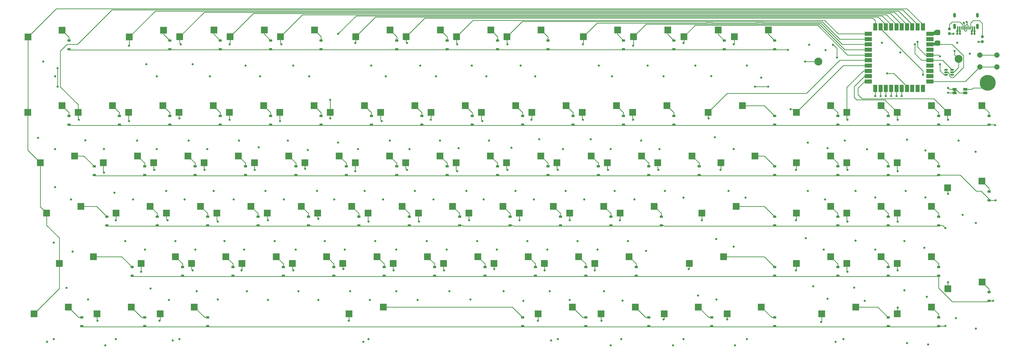
<source format=gbr>
%TF.GenerationSoftware,KiCad,Pcbnew,8.0.6*%
%TF.CreationDate,2025-01-12T18:50:01+11:00*%
%TF.ProjectId,keyboard,6b657962-6f61-4726-942e-6b696361645f,rev?*%
%TF.SameCoordinates,Original*%
%TF.FileFunction,Copper,L4,Bot*%
%TF.FilePolarity,Positive*%
%FSLAX46Y46*%
G04 Gerber Fmt 4.6, Leading zero omitted, Abs format (unit mm)*
G04 Created by KiCad (PCBNEW 8.0.6) date 2025-01-12 18:50:01*
%MOMM*%
%LPD*%
G01*
G04 APERTURE LIST*
G04 Aperture macros list*
%AMRoundRect*
0 Rectangle with rounded corners*
0 $1 Rounding radius*
0 $2 $3 $4 $5 $6 $7 $8 $9 X,Y pos of 4 corners*
0 Add a 4 corners polygon primitive as box body*
4,1,4,$2,$3,$4,$5,$6,$7,$8,$9,$2,$3,0*
0 Add four circle primitives for the rounded corners*
1,1,$1+$1,$2,$3*
1,1,$1+$1,$4,$5*
1,1,$1+$1,$6,$7*
1,1,$1+$1,$8,$9*
0 Add four rect primitives between the rounded corners*
20,1,$1+$1,$2,$3,$4,$5,0*
20,1,$1+$1,$4,$5,$6,$7,0*
20,1,$1+$1,$6,$7,$8,$9,0*
20,1,$1+$1,$8,$9,$2,$3,0*%
G04 Aperture macros list end*
%TA.AperFunction,EtchedComponent*%
%ADD10C,0.000000*%
%TD*%
%TA.AperFunction,SMDPad,CuDef*%
%ADD11R,2.550000X2.500000*%
%TD*%
%TA.AperFunction,SMDPad,CuDef*%
%ADD12RoundRect,0.225000X0.375000X-0.225000X0.375000X0.225000X-0.375000X0.225000X-0.375000X-0.225000X0*%
%TD*%
%TA.AperFunction,SMDPad,CuDef*%
%ADD13R,1.500000X2.800000*%
%TD*%
%TA.AperFunction,SMDPad,CuDef*%
%ADD14R,2.800000X1.500000*%
%TD*%
%TA.AperFunction,ComponentPad*%
%ADD15C,2.000000*%
%TD*%
%TA.AperFunction,SMDPad,CuDef*%
%ADD16R,1.500000X1.000000*%
%TD*%
%TA.AperFunction,SMDPad,CuDef*%
%ADD17RoundRect,0.237500X-0.237500X0.250000X-0.237500X-0.250000X0.237500X-0.250000X0.237500X0.250000X0*%
%TD*%
%TA.AperFunction,ComponentPad*%
%ADD18C,6.000000*%
%TD*%
%TA.AperFunction,SMDPad,CuDef*%
%ADD19RoundRect,0.150000X0.512500X0.150000X-0.512500X0.150000X-0.512500X-0.150000X0.512500X-0.150000X0*%
%TD*%
%TA.AperFunction,SMDPad,CuDef*%
%ADD20C,3.000000*%
%TD*%
%TA.AperFunction,SMDPad,CuDef*%
%ADD21R,0.600000X1.240000*%
%TD*%
%TA.AperFunction,SMDPad,CuDef*%
%ADD22R,0.300000X1.240000*%
%TD*%
%TA.AperFunction,ComponentPad*%
%ADD23O,1.000000X1.800000*%
%TD*%
%TA.AperFunction,ComponentPad*%
%ADD24O,1.000000X2.100000*%
%TD*%
%TA.AperFunction,ViaPad*%
%ADD25C,0.800000*%
%TD*%
%TA.AperFunction,Conductor*%
%ADD26C,0.250000*%
%TD*%
%TA.AperFunction,Conductor*%
%ADD27C,1.000000*%
%TD*%
%TA.AperFunction,Conductor*%
%ADD28C,0.500000*%
%TD*%
%TA.AperFunction,Conductor*%
%ADD29C,0.750000*%
%TD*%
G04 APERTURE END LIST*
D10*
%TA.AperFunction,EtchedComponent*%
%TO.C,JP3*%
G36*
X375800000Y-50400000D02*
G01*
X375200000Y-50400000D01*
X375200000Y-49900000D01*
X375800000Y-49900000D01*
X375800000Y-50400000D01*
G37*
%TD.AperFunction*%
%TD*%
D11*
%TO.P,K_19,1,COL*%
%TO.N,col6*%
X139490000Y-58185000D03*
%TO.P,K_19,2,ROW*%
%TO.N,Net-(D_19-A)*%
X152417000Y-55645000D03*
%TD*%
%TO.P,K_20,1,COL*%
%TO.N,col7*%
X158540000Y-58185000D03*
%TO.P,K_20,2,ROW*%
%TO.N,Net-(D_20-A)*%
X171467000Y-55645000D03*
%TD*%
%TO.P,K_16,1,COL*%
%TO.N,col3*%
X82340000Y-58185000D03*
%TO.P,K_16,2,ROW*%
%TO.N,Net-(D_16-A)*%
X95267000Y-55645000D03*
%TD*%
%TO.P,K_F11,1,COL*%
%TO.N,col13*%
X273176706Y-29584520D03*
%TO.P,K_F11,2,ROW*%
%TO.N,Net-(D_11-A)*%
X286103706Y-27044520D03*
%TD*%
%TO.P,K_45,1,COL*%
%TO.N,col15*%
X315702500Y-77235000D03*
%TO.P,K_45,2,ROW*%
%TO.N,Net-(D_45-A)*%
X328629500Y-74695000D03*
%TD*%
%TO.P,K_13,1,COL*%
%TO.N,col0*%
X25190000Y-58185000D03*
%TO.P,K_13,2,ROW*%
%TO.N,Net-(D_13-A)*%
X38117000Y-55645000D03*
%TD*%
%TO.P,K_75,1,COL*%
%TO.N,col11*%
X239502500Y-115335000D03*
%TO.P,K_75,2,ROW*%
%TO.N,Net-(D_75-A)*%
X252429500Y-112795000D03*
%TD*%
%TO.P,K_56,1,COL*%
%TO.N,col8*%
X172827500Y-96285000D03*
%TO.P,K_56,2,ROW*%
%TO.N,Net-(D_56-A)*%
X185754500Y-93745000D03*
%TD*%
%TO.P,K_46,1,COL*%
%TO.N,col16*%
X334752500Y-77235000D03*
%TO.P,K_46,2,ROW*%
%TO.N,Net-(D_46-A)*%
X347679500Y-74695000D03*
%TD*%
%TO.P,K_78,1,COL*%
%TO.N,col16*%
X334752500Y-115335000D03*
%TO.P,K_78,2,ROW*%
%TO.N,Net-(D_78-A)*%
X347679500Y-112795000D03*
%TD*%
%TO.P,K_74,1,COL*%
%TO.N,col10*%
X220452500Y-115335000D03*
%TO.P,K_74,2,ROW*%
%TO.N,Net-(D_74-A)*%
X233379500Y-112795000D03*
%TD*%
%TO.P,K_35,1,COL*%
%TO.N,col5*%
X110915000Y-77235000D03*
%TO.P,K_35,2,ROW*%
%TO.N,Net-(D_35-A)*%
X123842000Y-74695000D03*
%TD*%
%TO.P,K_15,1,COL*%
%TO.N,col2*%
X63290000Y-58185000D03*
%TO.P,K_15,2,ROW*%
%TO.N,Net-(D_15-A)*%
X76217000Y-55645000D03*
%TD*%
%TO.P,K_ESC1,1,COL*%
%TO.N,col0*%
X25245000Y-29665000D03*
%TO.P,K_ESC1,2,ROW*%
%TO.N,Net-(D_0-A)*%
X38172000Y-27125000D03*
%TD*%
%TO.P,K_38,1,COL*%
%TO.N,col8*%
X168065000Y-77235000D03*
%TO.P,K_38,2,ROW*%
%TO.N,Net-(D_38-A)*%
X180992000Y-74695000D03*
%TD*%
%TO.P,K_79,1,COL*%
%TO.N,col17*%
X353802500Y-115335000D03*
%TO.P,K_79,2,ROW*%
%TO.N,Net-(D_79-A)*%
X366729500Y-112795000D03*
%TD*%
%TO.P,K_86,1,COL*%
%TO.N,col11*%
X241883750Y-134385000D03*
%TO.P,K_86,2,ROW*%
%TO.N,Net-(D_86-A)*%
X254810750Y-131845000D03*
%TD*%
%TO.P,K_F9,1,COL*%
%TO.N,col11*%
X235165000Y-29585000D03*
%TO.P,K_F9,2,ROW*%
%TO.N,Net-(D_9-A)*%
X248092000Y-27045000D03*
%TD*%
%TO.P,K_88,1,COL*%
%TO.N,col14*%
X289508750Y-134385000D03*
%TO.P,K_88,2,ROW*%
%TO.N,Net-(D_88-A)*%
X302435750Y-131845000D03*
%TD*%
%TO.P,K_81,1,COL*%
%TO.N,col0*%
X27571250Y-134385000D03*
%TO.P,K_81,2,ROW*%
%TO.N,Net-(D_81-A)*%
X40498250Y-131845000D03*
%TD*%
%TO.P,K_23,1,COL*%
%TO.N,col10*%
X215690000Y-58185000D03*
%TO.P,K_23,2,ROW*%
%TO.N,Net-(D_23-A)*%
X228617000Y-55645000D03*
%TD*%
%TO.P,K_63,1,COL*%
%TO.N,col16*%
X334752500Y-96285000D03*
%TO.P,K_63,2,ROW*%
%TO.N,Net-(D_63-A)*%
X347679500Y-93745000D03*
%TD*%
%TO.P,K_67,1,COL*%
%TO.N,col3*%
X87102500Y-115335000D03*
%TO.P,K_67,2,ROW*%
%TO.N,Net-(D_67-A)*%
X100029500Y-112795000D03*
%TD*%
%TO.P,K_53,1,COL*%
%TO.N,col5*%
X115677500Y-96285000D03*
%TO.P,K_53,2,ROW*%
%TO.N,Net-(D_53-A)*%
X128604500Y-93745000D03*
%TD*%
%TO.P,K_72,1,COL*%
%TO.N,col8*%
X182352500Y-115335000D03*
%TO.P,K_72,2,ROW*%
%TO.N,Net-(D_72-A)*%
X195279500Y-112795000D03*
%TD*%
%TO.P,K_47,1,COL*%
%TO.N,col17*%
X353802500Y-77235000D03*
%TO.P,K_47,2,ROW*%
%TO.N,Net-(D_47-A)*%
X366729500Y-74695000D03*
%TD*%
%TO.P,K_60,1,COL*%
%TO.N,col12*%
X249027500Y-96285000D03*
%TO.P,K_60,2,ROW*%
%TO.N,Net-(D_60-A)*%
X261954500Y-93745000D03*
%TD*%
%TO.P,K_F7,1,COL*%
%TO.N,col9*%
X187261209Y-29593694D03*
%TO.P,K_F7,2,ROW*%
%TO.N,Net-(D_7-A)*%
X200188209Y-27053694D03*
%TD*%
%TO.P,K_61,1,COL*%
%TO.N,col13*%
X279983750Y-96285000D03*
%TO.P,K_61,2,ROW*%
%TO.N,Net-(D_61-A)*%
X292910750Y-93745000D03*
%TD*%
%TO.P,K_25,1,COL*%
%TO.N,col12*%
X253790000Y-58185000D03*
%TO.P,K_25,2,ROW*%
%TO.N,Net-(D_25-A)*%
X266717000Y-55645000D03*
%TD*%
%TO.P,K_F8,1,COL*%
%TO.N,col10*%
X206261209Y-29593694D03*
%TO.P,K_F8,2,ROW*%
%TO.N,Net-(D_8-A)*%
X219188209Y-27053694D03*
%TD*%
%TO.P,K_F12,1,COL*%
%TO.N,col14*%
X292216706Y-29584520D03*
%TO.P,K_F12,2,ROW*%
%TO.N,Net-(D_12-A)*%
X305143706Y-27044520D03*
%TD*%
%TO.P,K_33,1,COL*%
%TO.N,col3*%
X72815000Y-77235000D03*
%TO.P,K_33,2,ROW*%
%TO.N,Net-(D_33-A)*%
X85742000Y-74695000D03*
%TD*%
%TO.P,K_76,1,COL*%
%TO.N,col13*%
X275221250Y-115335000D03*
%TO.P,K_76,2,ROW*%
%TO.N,Net-(D_76-A)*%
X288148250Y-112795000D03*
%TD*%
%TO.P,K_73,1,COL*%
%TO.N,col9*%
X201402500Y-115335000D03*
%TO.P,K_73,2,ROW*%
%TO.N,Net-(D_73-A)*%
X214329500Y-112795000D03*
%TD*%
%TO.P,K_70,1,COL*%
%TO.N,col6*%
X144252500Y-115335000D03*
%TO.P,K_70,2,ROW*%
%TO.N,Net-(D_70-A)*%
X157179500Y-112795000D03*
%TD*%
%TO.P,K_24,1,COL*%
%TO.N,col11*%
X234740000Y-58185000D03*
%TO.P,K_24,2,ROW*%
%TO.N,Net-(D_24-A)*%
X247667000Y-55645000D03*
%TD*%
%TO.P,K_54,1,COL*%
%TO.N,col6*%
X134727500Y-96285000D03*
%TO.P,K_54,2,ROW*%
%TO.N,Net-(D_54-A)*%
X147654500Y-93745000D03*
%TD*%
%TO.P,K_29,1,COL*%
%TO.N,col17*%
X353802500Y-58185000D03*
%TO.P,K_29,2,ROW*%
%TO.N,Net-(D_29-A)*%
X366729500Y-55645000D03*
%TD*%
%TO.P,K_F10,1,COL*%
%TO.N,col12*%
X254176706Y-29584520D03*
%TO.P,K_F10,2,ROW*%
%TO.N,Net-(D_10-A)*%
X267103706Y-27044520D03*
%TD*%
%TO.P,K_32,1,COL*%
%TO.N,col2*%
X53765000Y-77235000D03*
%TO.P,K_32,2,ROW*%
%TO.N,Net-(D_32-A)*%
X66692000Y-74695000D03*
%TD*%
%TO.P,K_34,1,COL*%
%TO.N,col4*%
X91865000Y-77235000D03*
%TO.P,K_34,2,ROW*%
%TO.N,Net-(D_34-A)*%
X104792000Y-74695000D03*
%TD*%
%TO.P,K_68,1,COL*%
%TO.N,col4*%
X106152500Y-115335000D03*
%TO.P,K_68,2,ROW*%
%TO.N,Net-(D_68-A)*%
X119079500Y-112795000D03*
%TD*%
%TO.P,K_42,1,COL*%
%TO.N,col12*%
X244265000Y-77235000D03*
%TO.P,K_42,2,ROW*%
%TO.N,Net-(D_42-A)*%
X257192000Y-74695000D03*
%TD*%
%TO.P,K_14,1,COL*%
%TO.N,col1*%
X44240000Y-58185000D03*
%TO.P,K_14,2,ROW*%
%TO.N,Net-(D_14-A)*%
X57167000Y-55645000D03*
%TD*%
%TO.P,K_84,1,COL*%
%TO.N,col6*%
X146633750Y-134385000D03*
%TO.P,K_84,2,ROW*%
%TO.N,Net-(D_84-A)*%
X159560750Y-131845000D03*
%TD*%
%TO.P,K_39,1,COL*%
%TO.N,col9*%
X187115000Y-77235000D03*
%TO.P,K_39,2,ROW*%
%TO.N,Net-(D_39-A)*%
X200042000Y-74695000D03*
%TD*%
%TO.P,K_89,1,COL*%
%TO.N,col16*%
X325227500Y-134385000D03*
%TO.P,K_89,2,ROW*%
%TO.N,Net-(D_89-A)*%
X338154500Y-131845000D03*
%TD*%
%TO.P,K_59,1,COL*%
%TO.N,col11*%
X229977500Y-96285000D03*
%TO.P,K_59,2,ROW*%
%TO.N,Net-(D_59-A)*%
X242904500Y-93745000D03*
%TD*%
%TO.P,K_62,1,COL*%
%TO.N,col15*%
X315702500Y-96285000D03*
%TO.P,K_62,2,ROW*%
%TO.N,Net-(D_62-A)*%
X328629500Y-93745000D03*
%TD*%
%TO.P,K_49,1,COL*%
%TO.N,col0*%
X32333750Y-96285000D03*
%TO.P,K_49,2,ROW*%
%TO.N,Net-(D_49-A)*%
X45260750Y-93745000D03*
%TD*%
%TO.P,K_18,1,COL*%
%TO.N,col5*%
X120440000Y-58185000D03*
%TO.P,K_18,2,ROW*%
%TO.N,Net-(D_18-A)*%
X133367000Y-55645000D03*
%TD*%
%TO.P,K_17,1,COL*%
%TO.N,col4*%
X101390000Y-58185000D03*
%TO.P,K_17,2,ROW*%
%TO.N,Net-(D_17-A)*%
X114317000Y-55645000D03*
%TD*%
%TO.P,K_F1,1,COL*%
%TO.N,col2*%
X63594475Y-29637388D03*
%TO.P,K_F1,2,ROW*%
%TO.N,Net-(D_1-A)*%
X76521475Y-27097388D03*
%TD*%
%TO.P,K_87,1,COL*%
%TO.N,col13*%
X265696250Y-134385000D03*
%TO.P,K_87,2,ROW*%
%TO.N,Net-(D_87-A)*%
X278623250Y-131845000D03*
%TD*%
%TO.P,K_85,1,COL*%
%TO.N,col10*%
X218071250Y-134385000D03*
%TO.P,K_85,2,ROW*%
%TO.N,Net-(D_85-A)*%
X230998250Y-131845000D03*
%TD*%
%TO.P,K_83,1,COL*%
%TO.N,col3*%
X75196250Y-134385000D03*
%TO.P,K_83,2,ROW*%
%TO.N,Net-(D_83-A)*%
X88123250Y-131845000D03*
%TD*%
%TO.P,K_77,1,COL*%
%TO.N,col15*%
X315702500Y-115335000D03*
%TO.P,K_77,2,ROW*%
%TO.N,Net-(D_77-A)*%
X328629500Y-112795000D03*
%TD*%
%TO.P,K_44,1,COL*%
%TO.N,col14*%
X287127500Y-77235000D03*
%TO.P,K_44,2,ROW*%
%TO.N,Net-(D_44-A)*%
X300054500Y-74695000D03*
%TD*%
%TO.P,K_30,1,COL*%
%TO.N,col18*%
X372852500Y-58185000D03*
%TO.P,K_30,2,ROW*%
%TO.N,Net-(D_30-A)*%
X385779500Y-55645000D03*
%TD*%
%TO.P,K_66,1,COL*%
%TO.N,col2*%
X68052500Y-115335000D03*
%TO.P,K_66,2,ROW*%
%TO.N,Net-(D_66-A)*%
X80979500Y-112795000D03*
%TD*%
%TO.P,K_64,1,COL*%
%TO.N,col17*%
X353802500Y-96285000D03*
%TO.P,K_64,2,ROW*%
%TO.N,Net-(D_64-A)*%
X366729500Y-93745000D03*
%TD*%
%TO.P,K_58,1,COL*%
%TO.N,col10*%
X210927500Y-96285000D03*
%TO.P,K_58,2,ROW*%
%TO.N,Net-(D_58-A)*%
X223854500Y-93745000D03*
%TD*%
%TO.P,K_21,1,COL*%
%TO.N,col8*%
X177590000Y-58185000D03*
%TO.P,K_21,2,ROW*%
%TO.N,Net-(D_21-A)*%
X190517000Y-55645000D03*
%TD*%
%TO.P,K_43,1,COL*%
%TO.N,col13*%
X263315000Y-77235000D03*
%TO.P,K_43,2,ROW*%
%TO.N,Net-(D_43-A)*%
X276242000Y-74695000D03*
%TD*%
%TO.P,K_48,1,COL*%
%TO.N,col18*%
X372859143Y-86743423D03*
%TO.P,K_48,2,ROW*%
%TO.N,Net-(D_48-A)*%
X385786143Y-84203423D03*
%TD*%
%TO.P,K_71,1,COL*%
%TO.N,col7*%
X163302500Y-115335000D03*
%TO.P,K_71,2,ROW*%
%TO.N,Net-(D_71-A)*%
X176229500Y-112795000D03*
%TD*%
%TO.P,K_40,1,COL*%
%TO.N,col10*%
X206165000Y-77235000D03*
%TO.P,K_40,2,ROW*%
%TO.N,Net-(D_40-A)*%
X219092000Y-74695000D03*
%TD*%
%TO.P,K_52,1,COL*%
%TO.N,col4*%
X96627500Y-96285000D03*
%TO.P,K_52,2,ROW*%
%TO.N,Net-(D_52-A)*%
X109554500Y-93745000D03*
%TD*%
%TO.P,K_80,1,COL*%
%TO.N,col18*%
X372915000Y-124960000D03*
%TO.P,K_80,2,ROW*%
%TO.N,Net-(D_80-A)*%
X385842000Y-122420000D03*
%TD*%
%TO.P,K_F5,1,COL*%
%TO.N,col7*%
X149165000Y-29585000D03*
%TO.P,K_F5,2,ROW*%
%TO.N,Net-(D_5-A)*%
X162092000Y-27045000D03*
%TD*%
%TO.P,K_F2,1,COL*%
%TO.N,col3*%
X82632347Y-29596106D03*
%TO.P,K_F2,2,ROW*%
%TO.N,Net-(D_2-A)*%
X95559347Y-27056106D03*
%TD*%
%TO.P,K_82,1,COL*%
%TO.N,col1*%
X51383750Y-134385000D03*
%TO.P,K_82,2,ROW*%
%TO.N,Net-(D_82-A)*%
X64310750Y-131845000D03*
%TD*%
%TO.P,K_27,1,COL*%
%TO.N,col15*%
X315702500Y-58185000D03*
%TO.P,K_27,2,ROW*%
%TO.N,Net-(D_27-A)*%
X328629500Y-55645000D03*
%TD*%
%TO.P,K_90,1,COL*%
%TO.N,col17*%
X353802500Y-134385000D03*
%TO.P,K_90,2,ROW*%
%TO.N,Net-(D_90-A)*%
X366729500Y-131845000D03*
%TD*%
%TO.P,K_51,1,COL*%
%TO.N,col3*%
X77577500Y-96285000D03*
%TO.P,K_51,2,ROW*%
%TO.N,Net-(D_51-A)*%
X90504500Y-93745000D03*
%TD*%
%TO.P,K_22,1,COL*%
%TO.N,col9*%
X196640000Y-58185000D03*
%TO.P,K_22,2,ROW*%
%TO.N,Net-(D_22-A)*%
X209567000Y-55645000D03*
%TD*%
%TO.P,K_26,1,COL*%
%TO.N,col14*%
X282365000Y-58185000D03*
%TO.P,K_26,2,ROW*%
%TO.N,Net-(D_26-A)*%
X295292000Y-55645000D03*
%TD*%
%TO.P,K_69,1,COL*%
%TO.N,col5*%
X125202500Y-115335000D03*
%TO.P,K_69,2,ROW*%
%TO.N,Net-(D_69-A)*%
X138129500Y-112795000D03*
%TD*%
%TO.P,K_28,1,COL*%
%TO.N,col16*%
X334752500Y-58185000D03*
%TO.P,K_28,2,ROW*%
%TO.N,Net-(D_28-A)*%
X347679500Y-55645000D03*
%TD*%
%TO.P,K_F4,1,COL*%
%TO.N,col5*%
X120665000Y-29585000D03*
%TO.P,K_F4,2,ROW*%
%TO.N,Net-(D_4-A)*%
X133592000Y-27045000D03*
%TD*%
%TO.P,K_31,1,COL*%
%TO.N,col0*%
X29952500Y-77235000D03*
%TO.P,K_31,2,ROW*%
%TO.N,Net-(D_31-A)*%
X42879500Y-74695000D03*
%TD*%
%TO.P,K_57,1,COL*%
%TO.N,col9*%
X191877500Y-96285000D03*
%TO.P,K_57,2,ROW*%
%TO.N,Net-(D_57-A)*%
X204804500Y-93745000D03*
%TD*%
%TO.P,K_50,1,COL*%
%TO.N,col2*%
X58527500Y-96285000D03*
%TO.P,K_50,2,ROW*%
%TO.N,Net-(D_50-A)*%
X71454500Y-93745000D03*
%TD*%
%TO.P,K_37,1,COL*%
%TO.N,col7*%
X149015000Y-77235000D03*
%TO.P,K_37,2,ROW*%
%TO.N,Net-(D_37-A)*%
X161942000Y-74695000D03*
%TD*%
%TO.P,K_36,1,COL*%
%TO.N,col6*%
X129965000Y-77235000D03*
%TO.P,K_36,2,ROW*%
%TO.N,Net-(D_36-A)*%
X142892000Y-74695000D03*
%TD*%
%TO.P,K_F6,1,COL*%
%TO.N,col8*%
X168197485Y-29578486D03*
%TO.P,K_F6,2,ROW*%
%TO.N,Net-(D_6-A)*%
X181124485Y-27038486D03*
%TD*%
%TO.P,K_65,1,COL*%
%TO.N,col0*%
X37096250Y-115335000D03*
%TO.P,K_65,2,ROW*%
%TO.N,Net-(D_65-A)*%
X50023250Y-112795000D03*
%TD*%
%TO.P,K_41,1,COL*%
%TO.N,col11*%
X225215000Y-77235000D03*
%TO.P,K_41,2,ROW*%
%TO.N,Net-(D_41-A)*%
X238142000Y-74695000D03*
%TD*%
%TO.P,K_55,1,COL*%
%TO.N,col7*%
X153777500Y-96285000D03*
%TO.P,K_55,2,ROW*%
%TO.N,Net-(D_55-A)*%
X166704500Y-93745000D03*
%TD*%
%TO.P,K_F3,1,COL*%
%TO.N,col4*%
X101665000Y-29585000D03*
%TO.P,K_F3,2,ROW*%
%TO.N,Net-(D_3-A)*%
X114592000Y-27045000D03*
%TD*%
D12*
%TO.P,D_13,1,K*%
%TO.N,row1*%
X40800000Y-62875000D03*
%TO.P,D_13,2,A*%
%TO.N,Net-(D_13-A)*%
X40800000Y-59575000D03*
%TD*%
%TO.P,D_34,1,K*%
%TO.N,row2*%
X107475000Y-81925000D03*
%TO.P,D_34,2,A*%
%TO.N,Net-(D_34-A)*%
X107475000Y-78625000D03*
%TD*%
%TO.P,D_60,1,K*%
%TO.N,row3*%
X264637500Y-100975000D03*
%TO.P,D_60,2,A*%
%TO.N,Net-(D_60-A)*%
X264637500Y-97675000D03*
%TD*%
%TO.P,D_85,1,K*%
%TO.N,row5*%
X236062500Y-139075000D03*
%TO.P,D_85,2,A*%
%TO.N,Net-(D_85-A)*%
X236062500Y-135775000D03*
%TD*%
%TO.P,D_15,1,K*%
%TO.N,row1*%
X78900000Y-62875000D03*
%TO.P,D_15,2,A*%
%TO.N,Net-(D_15-A)*%
X78900000Y-59575000D03*
%TD*%
%TO.P,D_24,1,K*%
%TO.N,row1*%
X250350000Y-62875000D03*
%TO.P,D_24,2,A*%
%TO.N,Net-(D_24-A)*%
X250350000Y-59575000D03*
%TD*%
%TO.P,D_4,1,K*%
%TO.N,row0*%
X136050000Y-34300000D03*
%TO.P,D_4,2,A*%
%TO.N,Net-(D_4-A)*%
X136050000Y-31000000D03*
%TD*%
%TO.P,D_88,1,K*%
%TO.N,row5*%
X307500000Y-139075000D03*
%TO.P,D_88,2,A*%
%TO.N,Net-(D_88-A)*%
X307500000Y-135775000D03*
%TD*%
%TO.P,D_57,1,K*%
%TO.N,row3*%
X207487500Y-100975000D03*
%TO.P,D_57,2,A*%
%TO.N,Net-(D_57-A)*%
X207487500Y-97675000D03*
%TD*%
%TO.P,D_20,1,K*%
%TO.N,row1*%
X174150000Y-62875000D03*
%TO.P,D_20,2,A*%
%TO.N,Net-(D_20-A)*%
X174150000Y-59575000D03*
%TD*%
%TO.P,D_87,1,K*%
%TO.N,row5*%
X283687500Y-139075000D03*
%TO.P,D_87,2,A*%
%TO.N,Net-(D_87-A)*%
X283687500Y-135775000D03*
%TD*%
%TO.P,D_33,1,K*%
%TO.N,row2*%
X88425000Y-81925000D03*
%TO.P,D_33,2,A*%
%TO.N,Net-(D_33-A)*%
X88425000Y-78625000D03*
%TD*%
%TO.P,D_10,1,K*%
%TO.N,row0*%
X269400000Y-34300000D03*
%TO.P,D_10,2,A*%
%TO.N,Net-(D_10-A)*%
X269400000Y-31000000D03*
%TD*%
%TO.P,D_58,1,K*%
%TO.N,row3*%
X226537500Y-100975000D03*
%TO.P,D_58,2,A*%
%TO.N,Net-(D_58-A)*%
X226537500Y-97675000D03*
%TD*%
%TO.P,D_65,1,K*%
%TO.N,row4*%
X64612500Y-120025000D03*
%TO.P,D_65,2,A*%
%TO.N,Net-(D_65-A)*%
X64612500Y-116725000D03*
%TD*%
D13*
%TO.P,U1,1,GPIO0*%
%TO.N,unconnected-(U1-GPIO0-Pad1)*%
X363500000Y-49150000D03*
%TO.P,U1,2,GPIO1*%
%TO.N,unconnected-(U1-GPIO1-Pad2)*%
X361500000Y-49150000D03*
%TO.P,U1,3,GPIO2*%
%TO.N,unconnected-(U1-GPIO2-Pad3)*%
X359500000Y-49150000D03*
%TO.P,U1,4,GPIO3*%
%TO.N,LED-Status IN*%
X357500000Y-49150000D03*
%TO.P,U1,5,GPIO4*%
%TO.N,row5*%
X355500000Y-49150000D03*
%TO.P,U1,6,GPIO5*%
%TO.N,row4*%
X353500000Y-49150000D03*
%TO.P,U1,7,GPIO6*%
%TO.N,row3*%
X351500000Y-49150000D03*
%TO.P,U1,8,GPIO7*%
%TO.N,row2*%
X349500000Y-49150000D03*
%TO.P,U1,9,GPIO8*%
%TO.N,row1*%
X347500000Y-49150000D03*
%TO.P,U1,10,GPIO9*%
%TO.N,row0*%
X345500000Y-49150000D03*
D14*
%TO.P,U1,11,GPIO10*%
%TO.N,col18*%
X342850000Y-46500000D03*
%TO.P,U1,12,GPIO11*%
%TO.N,col17*%
X342850000Y-44500000D03*
%TO.P,U1,13,GPIO12*%
%TO.N,col16*%
X342850000Y-42500000D03*
%TO.P,U1,14,GPIO13*%
%TO.N,col15*%
X342850000Y-40500000D03*
%TO.P,U1,15,GPIO14*%
%TO.N,col14*%
X342850000Y-38500000D03*
%TO.P,U1,16,GPIO15*%
%TO.N,col13*%
X342850000Y-36500000D03*
%TO.P,U1,17,GPIO16*%
%TO.N,col12*%
X342850000Y-34500000D03*
%TO.P,U1,18,GPIO17*%
%TO.N,col11*%
X342850000Y-32500000D03*
%TO.P,U1,19,GPIO18*%
%TO.N,col10*%
X342850000Y-30500000D03*
%TO.P,U1,20,GPIO19*%
%TO.N,col9*%
X342850000Y-28500000D03*
D13*
%TO.P,U1,21,GPIO20*%
%TO.N,col8*%
X345500000Y-25850000D03*
%TO.P,U1,22,GPIO21*%
%TO.N,Net-(JP3-B)*%
X347500000Y-25850000D03*
%TO.P,U1,23,GPIO22*%
%TO.N,col7*%
X349500000Y-25850000D03*
%TO.P,U1,24,GPIO23*%
%TO.N,col6*%
X351500000Y-25850000D03*
%TO.P,U1,25,GPIO24*%
%TO.N,col5*%
X353500000Y-25850000D03*
%TO.P,U1,26,GPIO25*%
%TO.N,col4*%
X355500000Y-25850000D03*
%TO.P,U1,27,GPIO26*%
%TO.N,col3*%
X357500000Y-25850000D03*
%TO.P,U1,28,GPIO27*%
%TO.N,col2*%
X359500000Y-25850000D03*
%TO.P,U1,29,GPIO28*%
%TO.N,col1*%
X361500000Y-25850000D03*
%TO.P,U1,30,GPIO29*%
%TO.N,col0*%
X363500000Y-25850000D03*
D14*
%TO.P,U1,31,GND*%
%TO.N,GND*%
X366150000Y-28500000D03*
%TO.P,U1,32,VBAT*%
%TO.N,unconnected-(U1-VBAT-Pad32)*%
X366150000Y-30500000D03*
%TO.P,U1,33,5V*%
%TO.N,+5V *%
X366150000Y-32500000D03*
%TO.P,U1,34,3.3V*%
%TO.N,unconnected-(U1-3.3V-Pad34)*%
X366150000Y-34500000D03*
%TO.P,U1,35,USB_D-*%
%TO.N,Net-(U1-USB_D-)*%
X366150000Y-36500000D03*
%TO.P,U1,36,USB_D+*%
%TO.N,Net-(U1-USB_D+)*%
X366150000Y-38500000D03*
%TO.P,U1,37,SWDIO*%
%TO.N,unconnected-(U1-SWDIO-Pad37)*%
X366150000Y-40500000D03*
%TO.P,U1,38,SWCLK*%
%TO.N,unconnected-(U1-SWCLK-Pad38)*%
X366150000Y-42500000D03*
%TO.P,U1,39,~{RESET}*%
%TO.N,unconnected-(U1-~{RESET}-Pad39)*%
X366150000Y-44500000D03*
%TO.P,U1,40,BOOTSEL*%
%TO.N,Net-(U1-BOOTSEL)*%
X366150000Y-46500000D03*
%TD*%
D12*
%TO.P,D_2,1,K*%
%TO.N,row0*%
X97950000Y-34300000D03*
%TO.P,D_2,2,A*%
%TO.N,Net-(D_2-A)*%
X97950000Y-31000000D03*
%TD*%
%TO.P,D_39,1,K*%
%TO.N,row2*%
X202725000Y-81925000D03*
%TO.P,D_39,2,A*%
%TO.N,Net-(D_39-A)*%
X202725000Y-78625000D03*
%TD*%
%TO.P,D_63,1,K*%
%TO.N,row3*%
X350362500Y-100975000D03*
%TO.P,D_63,2,A*%
%TO.N,Net-(D_63-A)*%
X350362500Y-97675000D03*
%TD*%
%TO.P,D_41,1,K*%
%TO.N,row2*%
X240825000Y-81925000D03*
%TO.P,D_41,2,A*%
%TO.N,Net-(D_41-A)*%
X240825000Y-78625000D03*
%TD*%
%TO.P,D_3,1,K*%
%TO.N,row0*%
X117000000Y-34300000D03*
%TO.P,D_3,2,A*%
%TO.N,Net-(D_3-A)*%
X117000000Y-31000000D03*
%TD*%
%TO.P,D_1,1,K*%
%TO.N,row0*%
X78900000Y-34300000D03*
%TO.P,D_1,2,A*%
%TO.N,Net-(D_1-A)*%
X78900000Y-31000000D03*
%TD*%
%TO.P,D_46,1,K*%
%TO.N,row2*%
X350362500Y-81925000D03*
%TO.P,D_46,2,A*%
%TO.N,Net-(D_46-A)*%
X350362500Y-78625000D03*
%TD*%
%TO.P,D_12,1,K*%
%TO.N,row0*%
X307500000Y-34300000D03*
%TO.P,D_12,2,A*%
%TO.N,Net-(D_12-A)*%
X307500000Y-31000000D03*
%TD*%
%TO.P,D_89,1,K*%
%TO.N,row5*%
X350362500Y-139075000D03*
%TO.P,D_89,2,A*%
%TO.N,Net-(D_89-A)*%
X350362500Y-135775000D03*
%TD*%
%TO.P,D_84,1,K*%
%TO.N,row5*%
X212250000Y-139075000D03*
%TO.P,D_84,2,A*%
%TO.N,Net-(D_84-A)*%
X212250000Y-135775000D03*
%TD*%
%TO.P,D_43,1,K*%
%TO.N,row2*%
X278925000Y-81925000D03*
%TO.P,D_43,2,A*%
%TO.N,Net-(D_43-A)*%
X278925000Y-78625000D03*
%TD*%
%TO.P,D_14,1,K*%
%TO.N,row1*%
X59850000Y-62875000D03*
%TO.P,D_14,2,A*%
%TO.N,Net-(D_14-A)*%
X59850000Y-59575000D03*
%TD*%
%TO.P,D_66,1,K*%
%TO.N,row4*%
X83662500Y-120025000D03*
%TO.P,D_66,2,A*%
%TO.N,Net-(D_66-A)*%
X83662500Y-116725000D03*
%TD*%
%TO.P,D_82,1,K*%
%TO.N,row5*%
X69375000Y-139075000D03*
%TO.P,D_82,2,A*%
%TO.N,Net-(D_82-A)*%
X69375000Y-135775000D03*
%TD*%
%TO.P,D_29,1,K*%
%TO.N,row1*%
X369412500Y-62875000D03*
%TO.P,D_29,2,A*%
%TO.N,Net-(D_29-A)*%
X369412500Y-59575000D03*
%TD*%
%TO.P,D_25,1,K*%
%TO.N,row1*%
X269400000Y-62875000D03*
%TO.P,D_25,2,A*%
%TO.N,Net-(D_25-A)*%
X269400000Y-59575000D03*
%TD*%
%TO.P,D_75,1,K*%
%TO.N,row4*%
X255112500Y-120025000D03*
%TO.P,D_75,2,A*%
%TO.N,Net-(D_75-A)*%
X255112500Y-116725000D03*
%TD*%
D15*
%TO.P,SW1,1,1*%
%TO.N,GND*%
X391500000Y-36500000D03*
X385000000Y-36500000D03*
%TO.P,SW1,2,2*%
%TO.N,Net-(U1-BOOTSEL)*%
X391500000Y-41000000D03*
X385000000Y-41000000D03*
%TD*%
D12*
%TO.P,D_30,1,K*%
%TO.N,row1*%
X388462500Y-62875000D03*
%TO.P,D_30,2,A*%
%TO.N,Net-(D_30-A)*%
X388462500Y-59575000D03*
%TD*%
%TO.P,D_49,1,K*%
%TO.N,row3*%
X55087500Y-100975000D03*
%TO.P,D_49,2,A*%
%TO.N,Net-(D_49-A)*%
X55087500Y-97675000D03*
%TD*%
%TO.P,D_16,1,K*%
%TO.N,row1*%
X97950000Y-62875000D03*
%TO.P,D_16,2,A*%
%TO.N,Net-(D_16-A)*%
X97950000Y-59575000D03*
%TD*%
%TO.P,D_56,1,K*%
%TO.N,row3*%
X188437500Y-100975000D03*
%TO.P,D_56,2,A*%
%TO.N,Net-(D_56-A)*%
X188437500Y-97675000D03*
%TD*%
%TO.P,D_71,1,K*%
%TO.N,row4*%
X178912500Y-120025000D03*
%TO.P,D_71,2,A*%
%TO.N,Net-(D_71-A)*%
X178912500Y-116725000D03*
%TD*%
%TO.P,D_21,1,K*%
%TO.N,row1*%
X193200000Y-62875000D03*
%TO.P,D_21,2,A*%
%TO.N,Net-(D_21-A)*%
X193200000Y-59575000D03*
%TD*%
D16*
%TO.P,JP3,1,A*%
%TO.N,LED_DTA_IN*%
X375500000Y-50800000D03*
%TO.P,JP3,2,B*%
%TO.N,Net-(JP3-B)*%
X375500000Y-49500000D03*
%TD*%
D12*
%TO.P,D_22,1,K*%
%TO.N,row1*%
X212250000Y-62875000D03*
%TO.P,D_22,2,A*%
%TO.N,Net-(D_22-A)*%
X212250000Y-59575000D03*
%TD*%
%TO.P,D_5,1,K*%
%TO.N,row0*%
X164625000Y-34300000D03*
%TO.P,D_5,2,A*%
%TO.N,Net-(D_5-A)*%
X164625000Y-31000000D03*
%TD*%
%TO.P,D_38,1,K*%
%TO.N,row2*%
X183675000Y-81925000D03*
%TO.P,D_38,2,A*%
%TO.N,Net-(D_38-A)*%
X183675000Y-78625000D03*
%TD*%
%TO.P,D_59,1,K*%
%TO.N,row3*%
X245587500Y-100975000D03*
%TO.P,D_59,2,A*%
%TO.N,Net-(D_59-A)*%
X245587500Y-97675000D03*
%TD*%
%TO.P,D_52,1,K*%
%TO.N,row3*%
X112237500Y-100975000D03*
%TO.P,D_52,2,A*%
%TO.N,Net-(D_52-A)*%
X112237500Y-97675000D03*
%TD*%
%TO.P,D_86,1,K*%
%TO.N,row5*%
X259875000Y-139075000D03*
%TO.P,D_86,2,A*%
%TO.N,Net-(D_86-A)*%
X259875000Y-135775000D03*
%TD*%
%TO.P,D_54,1,K*%
%TO.N,row3*%
X150337500Y-100975000D03*
%TO.P,D_54,2,A*%
%TO.N,Net-(D_54-A)*%
X150337500Y-97675000D03*
%TD*%
D17*
%TO.P,R1,1*%
%TO.N,Net-(J1-CC1)*%
X373500000Y-26587500D03*
%TO.P,R1,2*%
%TO.N,+5V *%
X373500000Y-28412500D03*
%TD*%
D12*
%TO.P,D_70,1,K*%
%TO.N,row4*%
X159862500Y-120025000D03*
%TO.P,D_70,2,A*%
%TO.N,Net-(D_70-A)*%
X159862500Y-116725000D03*
%TD*%
%TO.P,D_80,1,K*%
%TO.N,row4*%
X388462500Y-129500000D03*
%TO.P,D_80,2,A*%
%TO.N,Net-(D_80-A)*%
X388462500Y-126200000D03*
%TD*%
%TO.P,D_7,1,K*%
%TO.N,row0*%
X202725000Y-34300000D03*
%TO.P,D_7,2,A*%
%TO.N,Net-(D_7-A)*%
X202725000Y-31000000D03*
%TD*%
D18*
%TO.P,H1,1,1*%
%TO.N,Net-(JP4-B)*%
X388000000Y-47000000D03*
%TD*%
D19*
%TO.P,U2,1,IO1*%
%TO.N,Net-(U1-USB_D+)*%
X374500000Y-42100000D03*
%TO.P,U2,2,VN*%
%TO.N,GND*%
X374500000Y-43050000D03*
%TO.P,U2,3,IO2*%
%TO.N,unconnected-(U2-IO2-Pad3)*%
X374500000Y-44000000D03*
%TO.P,U2,4,IO3*%
%TO.N,Net-(U1-USB_D-)*%
X372225000Y-44000000D03*
%TO.P,U2,5,VP*%
%TO.N,+5V *%
X372225000Y-43050000D03*
%TO.P,U2,6,IO4*%
%TO.N,unconnected-(U2-IO4-Pad6)*%
X372225000Y-42100000D03*
%TD*%
D12*
%TO.P,D_17,1,K*%
%TO.N,row1*%
X117000000Y-62875000D03*
%TO.P,D_17,2,A*%
%TO.N,Net-(D_17-A)*%
X117000000Y-59575000D03*
%TD*%
%TO.P,D_42,1,K*%
%TO.N,row2*%
X259875000Y-81925000D03*
%TO.P,D_42,2,A*%
%TO.N,Net-(D_42-A)*%
X259875000Y-78625000D03*
%TD*%
%TO.P,D_61,1,K*%
%TO.N,row3*%
X307500000Y-100975000D03*
%TO.P,D_61,2,A*%
%TO.N,Net-(D_61-A)*%
X307500000Y-97675000D03*
%TD*%
%TO.P,D_90,1,K*%
%TO.N,row5*%
X369412500Y-139075000D03*
%TO.P,D_90,2,A*%
%TO.N,Net-(D_90-A)*%
X369412500Y-135775000D03*
%TD*%
%TO.P,D_47,1,K*%
%TO.N,row2*%
X369412500Y-81925000D03*
%TO.P,D_47,2,A*%
%TO.N,Net-(D_47-A)*%
X369412500Y-78625000D03*
%TD*%
%TO.P,D_6,1,K*%
%TO.N,row0*%
X183675000Y-34300000D03*
%TO.P,D_6,2,A*%
%TO.N,Net-(D_6-A)*%
X183675000Y-31000000D03*
%TD*%
%TO.P,D_48,1,K*%
%TO.N,row2*%
X388462500Y-91500000D03*
%TO.P,D_48,2,A*%
%TO.N,Net-(D_48-A)*%
X388462500Y-88200000D03*
%TD*%
D16*
%TO.P,JP4,1,A*%
%TO.N,Net-(JP3-B)*%
X379500000Y-50800000D03*
%TO.P,JP4,2,B*%
%TO.N,Net-(JP4-B)*%
X379500000Y-49500000D03*
%TD*%
D17*
%TO.P,R2,1*%
%TO.N,Net-(J1-CC2)*%
X386000000Y-29587500D03*
%TO.P,R2,2*%
%TO.N,+5V *%
X386000000Y-31412500D03*
%TD*%
D12*
%TO.P,D_83,1,K*%
%TO.N,row5*%
X93187500Y-139075000D03*
%TO.P,D_83,2,A*%
%TO.N,Net-(D_83-A)*%
X93187500Y-135775000D03*
%TD*%
%TO.P,D_78,1,K*%
%TO.N,row4*%
X350362500Y-120025000D03*
%TO.P,D_78,2,A*%
%TO.N,Net-(D_78-A)*%
X350362500Y-116725000D03*
%TD*%
%TO.P,D_23,1,K*%
%TO.N,row1*%
X231300000Y-62875000D03*
%TO.P,D_23,2,A*%
%TO.N,Net-(D_23-A)*%
X231300000Y-59575000D03*
%TD*%
%TO.P,D_45,1,K*%
%TO.N,row2*%
X331312500Y-81925000D03*
%TO.P,D_45,2,A*%
%TO.N,Net-(D_45-A)*%
X331312500Y-78625000D03*
%TD*%
%TO.P,D_26,1,K*%
%TO.N,row1*%
X307500000Y-62875000D03*
%TO.P,D_26,2,A*%
%TO.N,Net-(D_26-A)*%
X307500000Y-59575000D03*
%TD*%
%TO.P,D_37,1,K*%
%TO.N,row2*%
X164625000Y-81925000D03*
%TO.P,D_37,2,A*%
%TO.N,Net-(D_37-A)*%
X164625000Y-78625000D03*
%TD*%
%TO.P,D_44,1,K*%
%TO.N,row2*%
X307500000Y-81925000D03*
%TO.P,D_44,2,A*%
%TO.N,Net-(D_44-A)*%
X307500000Y-78625000D03*
%TD*%
%TO.P,D_72,1,K*%
%TO.N,row4*%
X197962500Y-120025000D03*
%TO.P,D_72,2,A*%
%TO.N,Net-(D_72-A)*%
X197962500Y-116725000D03*
%TD*%
%TO.P,D_53,1,K*%
%TO.N,row3*%
X131287500Y-100975000D03*
%TO.P,D_53,2,A*%
%TO.N,Net-(D_53-A)*%
X131287500Y-97675000D03*
%TD*%
%TO.P,D_67,1,K*%
%TO.N,row4*%
X102712500Y-120025000D03*
%TO.P,D_67,2,A*%
%TO.N,Net-(D_67-A)*%
X102712500Y-116725000D03*
%TD*%
%TO.P,D_9,1,K*%
%TO.N,row0*%
X250350000Y-34300000D03*
%TO.P,D_9,2,A*%
%TO.N,Net-(D_9-A)*%
X250350000Y-31000000D03*
%TD*%
D20*
%TO.P,TP3,1,1*%
%TO.N,+5V *%
X324000000Y-39000000D03*
%TD*%
D12*
%TO.P,D_74,1,K*%
%TO.N,row4*%
X236062500Y-120025000D03*
%TO.P,D_74,2,A*%
%TO.N,Net-(D_74-A)*%
X236062500Y-116725000D03*
%TD*%
%TO.P,D_0,1,K*%
%TO.N,row0*%
X40800000Y-34300000D03*
%TO.P,D_0,2,A*%
%TO.N,Net-(D_0-A)*%
X40800000Y-31000000D03*
%TD*%
%TO.P,D_77,1,K*%
%TO.N,row4*%
X331312500Y-120025000D03*
%TO.P,D_77,2,A*%
%TO.N,Net-(D_77-A)*%
X331312500Y-116725000D03*
%TD*%
%TO.P,D_62,1,K*%
%TO.N,row3*%
X331312500Y-100975000D03*
%TO.P,D_62,2,A*%
%TO.N,Net-(D_62-A)*%
X331312500Y-97675000D03*
%TD*%
%TO.P,D_79,1,K*%
%TO.N,row4*%
X369412500Y-120025000D03*
%TO.P,D_79,2,A*%
%TO.N,Net-(D_79-A)*%
X369412500Y-116725000D03*
%TD*%
D20*
%TO.P,TP4,1,1*%
%TO.N,GND*%
X377000000Y-38000000D03*
%TD*%
D12*
%TO.P,D_27,1,K*%
%TO.N,row1*%
X331312500Y-62875000D03*
%TO.P,D_27,2,A*%
%TO.N,Net-(D_27-A)*%
X331312500Y-59575000D03*
%TD*%
%TO.P,D_50,1,K*%
%TO.N,row3*%
X74137500Y-100975000D03*
%TO.P,D_50,2,A*%
%TO.N,Net-(D_50-A)*%
X74137500Y-97675000D03*
%TD*%
%TO.P,D_73,1,K*%
%TO.N,row4*%
X217012500Y-120025000D03*
%TO.P,D_73,2,A*%
%TO.N,Net-(D_73-A)*%
X217012500Y-116725000D03*
%TD*%
%TO.P,D_55,1,K*%
%TO.N,row3*%
X169387500Y-100975000D03*
%TO.P,D_55,2,A*%
%TO.N,Net-(D_55-A)*%
X169387500Y-97675000D03*
%TD*%
%TO.P,D_64,1,K*%
%TO.N,row3*%
X369412500Y-100975000D03*
%TO.P,D_64,2,A*%
%TO.N,Net-(D_64-A)*%
X369412500Y-97675000D03*
%TD*%
%TO.P,D_35,1,K*%
%TO.N,row2*%
X126525000Y-81925000D03*
%TO.P,D_35,2,A*%
%TO.N,Net-(D_35-A)*%
X126525000Y-78625000D03*
%TD*%
%TO.P,D_68,1,K*%
%TO.N,row4*%
X121762500Y-120025000D03*
%TO.P,D_68,2,A*%
%TO.N,Net-(D_68-A)*%
X121762500Y-116725000D03*
%TD*%
%TO.P,D_19,1,K*%
%TO.N,row1*%
X155100000Y-62875000D03*
%TO.P,D_19,2,A*%
%TO.N,Net-(D_19-A)*%
X155100000Y-59575000D03*
%TD*%
%TO.P,D_69,1,K*%
%TO.N,row4*%
X140812500Y-120025000D03*
%TO.P,D_69,2,A*%
%TO.N,Net-(D_69-A)*%
X140812500Y-116725000D03*
%TD*%
%TO.P,D_32,1,K*%
%TO.N,row2*%
X69375000Y-81925000D03*
%TO.P,D_32,2,A*%
%TO.N,Net-(D_32-A)*%
X69375000Y-78625000D03*
%TD*%
%TO.P,D_11,1,K*%
%TO.N,row0*%
X288450000Y-34300000D03*
%TO.P,D_11,2,A*%
%TO.N,Net-(D_11-A)*%
X288450000Y-31000000D03*
%TD*%
%TO.P,D_81,1,K*%
%TO.N,row5*%
X45562500Y-139075000D03*
%TO.P,D_81,2,A*%
%TO.N,Net-(D_81-A)*%
X45562500Y-135775000D03*
%TD*%
%TO.P,D_18,1,K*%
%TO.N,row1*%
X136050000Y-62875000D03*
%TO.P,D_18,2,A*%
%TO.N,Net-(D_18-A)*%
X136050000Y-59575000D03*
%TD*%
%TO.P,D_8,1,K*%
%TO.N,row0*%
X221775000Y-34300000D03*
%TO.P,D_8,2,A*%
%TO.N,Net-(D_8-A)*%
X221775000Y-31000000D03*
%TD*%
%TO.P,D_51,1,K*%
%TO.N,row3*%
X93187500Y-100975000D03*
%TO.P,D_51,2,A*%
%TO.N,Net-(D_51-A)*%
X93187500Y-97675000D03*
%TD*%
%TO.P,D_36,1,K*%
%TO.N,row2*%
X145575000Y-81925000D03*
%TO.P,D_36,2,A*%
%TO.N,Net-(D_36-A)*%
X145575000Y-78625000D03*
%TD*%
%TO.P,D_31,1,K*%
%TO.N,row2*%
X50325000Y-81925000D03*
%TO.P,D_31,2,A*%
%TO.N,Net-(D_31-A)*%
X50325000Y-78625000D03*
%TD*%
%TO.P,D_76,1,K*%
%TO.N,row4*%
X307500000Y-120025000D03*
%TO.P,D_76,2,A*%
%TO.N,Net-(D_76-A)*%
X307500000Y-116725000D03*
%TD*%
%TO.P,D_40,1,K*%
%TO.N,row2*%
X221775000Y-81925000D03*
%TO.P,D_40,2,A*%
%TO.N,Net-(D_40-A)*%
X221775000Y-78625000D03*
%TD*%
D21*
%TO.P,J1,A1,GND*%
%TO.N,GND*%
X376620000Y-26300000D03*
%TO.P,J1,A4,VBUS*%
%TO.N,+5V *%
X377420000Y-26300000D03*
D22*
%TO.P,J1,A5,CC1*%
%TO.N,Net-(J1-CC1)*%
X378570000Y-26300000D03*
%TO.P,J1,A6,D+*%
%TO.N,Net-(U1-USB_D+)*%
X379570000Y-26300000D03*
%TO.P,J1,A7,D-*%
%TO.N,Net-(U1-USB_D-)*%
X380070000Y-26300000D03*
%TO.P,J1,A8,SBU1*%
%TO.N,unconnected-(J1-SBU1-PadA8)*%
X381070000Y-26300000D03*
D21*
%TO.P,J1,A9,VBUS*%
%TO.N,+5V *%
X382220000Y-26300000D03*
%TO.P,J1,A12,GND*%
%TO.N,GND*%
X383020000Y-26300000D03*
%TO.P,J1,B1,GND*%
X383020000Y-26300000D03*
%TO.P,J1,B4,VBUS*%
%TO.N,+5V *%
X382220000Y-26300000D03*
D22*
%TO.P,J1,B5,CC2*%
%TO.N,Net-(J1-CC2)*%
X381570000Y-26300000D03*
%TO.P,J1,B6,D+*%
%TO.N,Net-(U1-USB_D+)*%
X380570000Y-26300000D03*
%TO.P,J1,B7,D-*%
%TO.N,Net-(U1-USB_D-)*%
X379070000Y-26300000D03*
%TO.P,J1,B8,SBU2*%
%TO.N,unconnected-(J1-SBU2-PadB8)*%
X378070000Y-26300000D03*
D21*
%TO.P,J1,B9,VBUS*%
%TO.N,+5V *%
X377420000Y-26300000D03*
%TO.P,J1,B12,GND*%
%TO.N,GND*%
X376620000Y-26300000D03*
D23*
%TO.P,J1,S1,SHIELD*%
%TO.N,unconnected-(J1-SHIELD-PadS1)_3*%
X375500000Y-21500000D03*
D24*
%TO.N,unconnected-(J1-SHIELD-PadS1)_1*%
X375500000Y-25700000D03*
D23*
%TO.N,unconnected-(J1-SHIELD-PadS1)_2*%
X384140000Y-21500000D03*
D24*
%TO.N,unconnected-(J1-SHIELD-PadS1)*%
X384140000Y-25700000D03*
%TD*%
D12*
%TO.P,D_28,1,K*%
%TO.N,row1*%
X350362500Y-62875000D03*
%TO.P,D_28,2,A*%
%TO.N,Net-(D_28-A)*%
X350362500Y-59575000D03*
%TD*%
D25*
%TO.N,col1*%
X51500000Y-137000000D03*
X44500000Y-61000000D03*
%TO.N,col2*%
X63500000Y-33000000D03*
X63500000Y-61500000D03*
X58500000Y-99000000D03*
X68000000Y-118500000D03*
X54000000Y-81000000D03*
%TO.N,col3*%
X83000000Y-32500000D03*
X87500000Y-118000000D03*
X73000000Y-80000000D03*
X75000000Y-137000000D03*
X82500000Y-60500000D03*
X78000000Y-99000000D03*
%TO.N,col4*%
X97000000Y-99500000D03*
X101500000Y-61000000D03*
X101500000Y-32500000D03*
X92000000Y-80000000D03*
X106000000Y-118000000D03*
%TO.N,col5*%
X111000000Y-80000000D03*
X125500000Y-118000000D03*
X116000000Y-99000000D03*
X120500000Y-61500000D03*
X121000000Y-32500000D03*
%TO.N,col6*%
X135000000Y-98500000D03*
X139500000Y-53500000D03*
X139500000Y-60500000D03*
X146500000Y-137000000D03*
X144500000Y-117500000D03*
X130000000Y-79500000D03*
X142500000Y-28500000D03*
%TO.N,col7*%
X149000000Y-80500000D03*
X159000000Y-61500000D03*
X154000000Y-99500000D03*
X149000000Y-32000000D03*
X163500000Y-118000000D03*
%TO.N,col8*%
X177500000Y-61000000D03*
X182500000Y-118000000D03*
X173000000Y-99500000D03*
X168500000Y-32000000D03*
X168500000Y-80000000D03*
%TO.N,col9*%
X201500000Y-117500000D03*
X197000000Y-61500000D03*
X192000000Y-99000000D03*
X187500000Y-32500000D03*
X187500000Y-80500000D03*
%TO.N,col10*%
X218000000Y-137000000D03*
X211000000Y-99000000D03*
X206500000Y-80000000D03*
X215500000Y-61000000D03*
X206500000Y-32500000D03*
X220500000Y-118000000D03*
%TO.N,col11*%
X242000000Y-137000000D03*
X235000000Y-61000000D03*
X235000000Y-32500000D03*
X230000000Y-99000000D03*
X225500000Y-80000000D03*
X239500000Y-118000000D03*
%TO.N,col12*%
X254000000Y-33000000D03*
X249000000Y-99000000D03*
X254000000Y-61000000D03*
X244500000Y-80000000D03*
%TO.N,col13*%
X263500000Y-80000000D03*
X280000000Y-99000000D03*
X265500000Y-136500000D03*
X275000000Y-117500000D03*
X273000000Y-32000014D03*
%TO.N,col14*%
X292000000Y-32500000D03*
X287000000Y-80000000D03*
X282500000Y-60500000D03*
X289500000Y-136500000D03*
%TO.N,col15*%
X315500000Y-118000000D03*
X315500000Y-99000000D03*
X315500000Y-80000000D03*
X313500000Y-57000000D03*
%TO.N,col16*%
X335000000Y-99500000D03*
X335000000Y-61000000D03*
X335000000Y-80000000D03*
X325000000Y-137500000D03*
X335000000Y-118500000D03*
%TO.N,col17*%
X354000000Y-99500000D03*
X354000000Y-80500000D03*
X354000000Y-118000000D03*
X354000000Y-132000000D03*
X354000000Y-61000000D03*
%TO.N,col18*%
X373000000Y-61000000D03*
X373000000Y-89000000D03*
X373000000Y-122500000D03*
%TO.N,row0*%
X312451991Y-34548007D03*
X345500000Y-52000000D03*
%TO.N,row1*%
X347500000Y-52000000D03*
X390775000Y-63000000D03*
%TO.N,row2*%
X349500000Y-52000000D03*
X391000000Y-91500000D03*
%TO.N,row3*%
X351500000Y-52000000D03*
X372000000Y-102000000D03*
%TO.N,row4*%
X353500000Y-52000000D03*
X390000000Y-129500000D03*
%TO.N,row5*%
X372000000Y-139000000D03*
X355500000Y-52000000D03*
%TO.N,Net-(D92-DIN)*%
X329500000Y-32610000D03*
X331000000Y-37500000D03*
%TO.N,LED_DTA_IN*%
X300000000Y-48500000D03*
X305000000Y-48500000D03*
X36500000Y-41500000D03*
X36500000Y-48500000D03*
X373000000Y-50725000D03*
%TO.N,LED-Status IN*%
X350000000Y-43500000D03*
%TO.N,+5V *%
X99500000Y-106885000D03*
X233000000Y-106885000D03*
X223000000Y-144500000D03*
X125500000Y-40500000D03*
X184500000Y-125885000D03*
X58000000Y-88610000D03*
X171500000Y-87885000D03*
X292500000Y-146385000D03*
X338000000Y-87885000D03*
X266000000Y-87885000D03*
X376000000Y-136000000D03*
X209500000Y-87885000D03*
X107500000Y-40500000D03*
X357000000Y-87885000D03*
X277500000Y-40500000D03*
X290000000Y-87885000D03*
X193000000Y-40500000D03*
X285375000Y-106125000D03*
X127500000Y-125885000D03*
X238000000Y-68385000D03*
X191000000Y-87885000D03*
X356500000Y-125535000D03*
X176000000Y-106885000D03*
X199500000Y-68885000D03*
X357500000Y-145500000D03*
X32500000Y-145000000D03*
X62000000Y-106885000D03*
X369500000Y-32500000D03*
X320000000Y-69610000D03*
X156500000Y-106885000D03*
X118500000Y-106885000D03*
X71625000Y-124875000D03*
X348000000Y-31885000D03*
X105000000Y-68885000D03*
X35000000Y-107500000D03*
X382000000Y-28500000D03*
X247000000Y-87885000D03*
X35500000Y-86500000D03*
X81000000Y-106885000D03*
X241000000Y-40500000D03*
X284875000Y-67625000D03*
X95500000Y-87885000D03*
X228500000Y-87885000D03*
X47000000Y-68775000D03*
X162000000Y-68885000D03*
X245500000Y-146385000D03*
X115000000Y-87885000D03*
X77500000Y-87885000D03*
X70000000Y-40000000D03*
X297000000Y-40500000D03*
X377500000Y-27500000D03*
X337500000Y-124500000D03*
X155000000Y-40500000D03*
X152500000Y-87885000D03*
X86000000Y-68885000D03*
X269000000Y-146385000D03*
X278500000Y-127500000D03*
X205000000Y-125885000D03*
X243000000Y-125885000D03*
X173500000Y-40500000D03*
X80000000Y-144500000D03*
X356500000Y-106885000D03*
X123500000Y-68885000D03*
X320000000Y-87885000D03*
X259500000Y-40500000D03*
X368500000Y-32500000D03*
X137500000Y-106885000D03*
X87500000Y-40000000D03*
X320500000Y-32610000D03*
X376500000Y-31885000D03*
X257000000Y-68885000D03*
X338000000Y-106685000D03*
X382000000Y-27500000D03*
X322000000Y-124000000D03*
X29110000Y-67890000D03*
X357500000Y-68547500D03*
X181000000Y-68885000D03*
X54500000Y-146385000D03*
X330500000Y-145000000D03*
X142500000Y-69610000D03*
X252000000Y-106885000D03*
X164500000Y-125885000D03*
X152000000Y-145000000D03*
X375000000Y-28500000D03*
X211500000Y-40500000D03*
X368500000Y-31500000D03*
X319250000Y-105750000D03*
X39875000Y-124625000D03*
X218500000Y-68385000D03*
X66500000Y-68885000D03*
X334000000Y-68885000D03*
X31000000Y-39000000D03*
X319000000Y-39000000D03*
X377500000Y-28500000D03*
X377000000Y-68885000D03*
X108000000Y-125885000D03*
X378500000Y-97000000D03*
X134500000Y-87885000D03*
X384500000Y-31500000D03*
X89000000Y-125885000D03*
X195000000Y-106885000D03*
X369500000Y-31500000D03*
X147000000Y-125885000D03*
X214000000Y-106885000D03*
X222500000Y-125885000D03*
%TO.N,GND*%
X145000000Y-110115000D03*
X112500000Y-71390000D03*
X131000000Y-72390000D03*
X285500000Y-129000000D03*
X292000000Y-108990000D03*
X249500000Y-144000000D03*
X368500000Y-28500000D03*
X327500000Y-128765000D03*
X169500000Y-72115000D03*
X82500000Y-144000000D03*
X65000000Y-91115000D03*
X74000000Y-72115000D03*
X258875000Y-110625000D03*
X376499997Y-27500000D03*
X135000000Y-129115000D03*
X355012500Y-35487500D03*
X159500000Y-91115000D03*
X342350000Y-72150000D03*
X160500000Y-44615000D03*
X250000000Y-129398900D03*
X369500000Y-27500000D03*
X364500000Y-90390000D03*
X225500000Y-144000000D03*
X383500000Y-100000000D03*
X131500000Y-44615000D03*
X107000000Y-110115000D03*
X178500000Y-91115000D03*
X141000000Y-91115000D03*
X264000000Y-72115000D03*
X188000000Y-71790000D03*
X84500000Y-91115000D03*
X154000000Y-144000000D03*
X230000000Y-129115000D03*
X283500000Y-44500000D03*
X47999983Y-128999983D03*
X365000000Y-128000000D03*
X208000000Y-71615000D03*
X183500000Y-110115000D03*
X221500000Y-110115000D03*
X383034153Y-27524246D03*
X54000000Y-72115000D03*
X42137300Y-110862700D03*
X345500000Y-90390000D03*
X364000000Y-109390000D03*
X296500000Y-90500000D03*
X246000000Y-44615000D03*
X78500000Y-129115000D03*
X292000000Y-72115000D03*
X35000000Y-144000000D03*
X94000000Y-44615000D03*
X217000000Y-44615000D03*
X227500000Y-72115000D03*
X150000000Y-72115000D03*
X364500000Y-72615000D03*
X297000000Y-144000000D03*
X369500000Y-28500000D03*
X326500000Y-91115000D03*
X212500000Y-129500000D03*
X368500000Y-27500000D03*
X164500000Y-110115000D03*
X88500000Y-110115000D03*
X345500000Y-110115000D03*
X326000000Y-110115000D03*
X58500000Y-144000000D03*
X326738336Y-34693652D03*
X41500000Y-91115000D03*
X240500000Y-110115000D03*
X103000000Y-91115000D03*
X254500000Y-91115000D03*
X302400000Y-45100000D03*
X235500000Y-91115000D03*
X97000000Y-129000000D03*
X154500000Y-129115000D03*
X245500000Y-72115000D03*
X381190000Y-36000000D03*
X327500000Y-71790000D03*
X383500000Y-140000000D03*
X383400000Y-73100000D03*
X192500000Y-129000000D03*
X172500000Y-129115000D03*
X333500000Y-144000000D03*
X273000000Y-144000000D03*
X116000000Y-129115000D03*
X202500000Y-110115000D03*
X376500000Y-28500000D03*
X198500000Y-44615000D03*
X375500000Y-35000000D03*
X35500000Y-44615000D03*
X197500000Y-91115000D03*
X74000000Y-44615000D03*
X216500000Y-91115000D03*
X122000000Y-91115000D03*
X265500000Y-44615000D03*
X365500000Y-146000000D03*
X179500000Y-44615000D03*
X126500000Y-110115000D03*
X383000000Y-28500000D03*
X93000000Y-72115000D03*
X113000000Y-44615000D03*
X35500000Y-72115000D03*
X273000000Y-90500000D03*
X341500000Y-129500000D03*
X69500000Y-110115000D03*
%TO.N,Net-(U1-USB_D+)*%
X380000000Y-24000000D03*
X360500000Y-32500000D03*
%TO.N,Net-(U1-USB_D-)*%
X378951992Y-24325000D03*
X361500000Y-31500000D03*
X370000000Y-37000000D03*
X370000000Y-40000000D03*
%TO.N,Net-(JP3-B)*%
X373000000Y-49000000D03*
X363500000Y-44000002D03*
%TD*%
D26*
%TO.N,LED_DTA_IN*%
X373075000Y-50800000D02*
X373000000Y-50725000D01*
X375500000Y-50800000D02*
X373075000Y-50800000D01*
%TO.N,row5*%
X369412500Y-139075000D02*
X371925000Y-139075000D01*
X371925000Y-139075000D02*
X372000000Y-139000000D01*
X355500000Y-49150000D02*
X355500000Y-52000000D01*
%TO.N,row4*%
X353500000Y-49150000D02*
X353500000Y-52000000D01*
%TO.N,row3*%
X351500000Y-49150000D02*
X351500000Y-52000000D01*
%TO.N,row2*%
X349500000Y-49150000D02*
X349500000Y-52000000D01*
%TO.N,row1*%
X347500000Y-49150000D02*
X347500000Y-52000000D01*
%TO.N,row0*%
X345500000Y-49150000D02*
X345500000Y-52000000D01*
%TO.N,col18*%
X372852500Y-58185000D02*
X367667500Y-53000000D01*
X339000000Y-51500000D02*
X339000000Y-49000000D01*
X367667500Y-53000000D02*
X340500000Y-53000000D01*
X340500000Y-53000000D02*
X339000000Y-51500000D01*
X339000000Y-49000000D02*
X341500000Y-46500000D01*
X341500000Y-46500000D02*
X342850000Y-46500000D01*
%TO.N,Net-(D_0-A)*%
X40800000Y-29753000D02*
X40800000Y-31000000D01*
X38172000Y-27125000D02*
X40800000Y-29753000D01*
%TO.N,Net-(D_1-A)*%
X76521475Y-28621475D02*
X78900000Y-31000000D01*
X76521475Y-27097388D02*
X76521475Y-28621475D01*
%TO.N,col0*%
X32333750Y-96285000D02*
X32333750Y-100952500D01*
X32333750Y-100952500D02*
X37096250Y-105715000D01*
X37096250Y-124860000D02*
X27571250Y-134385000D01*
X363500000Y-25850000D02*
X363500000Y-25200000D01*
X35910000Y-19000000D02*
X25245000Y-29665000D01*
X37096250Y-105715000D02*
X37096250Y-115335000D01*
X363500000Y-25050000D02*
X357450000Y-19000000D01*
X363500000Y-25850000D02*
X363500000Y-25050000D01*
X357450000Y-19000000D02*
X35910000Y-19000000D01*
X37096250Y-115335000D02*
X37096250Y-124860000D01*
X25190000Y-72472500D02*
X29952500Y-77235000D01*
X25245000Y-58130000D02*
X25190000Y-58185000D01*
X29952500Y-93903750D02*
X32333750Y-96285000D01*
X25190000Y-58185000D02*
X25190000Y-72472500D01*
X25245000Y-29665000D02*
X25245000Y-58130000D01*
X29952500Y-77235000D02*
X29952500Y-93903750D01*
%TO.N,col1*%
X44240000Y-58185000D02*
X44240000Y-60740000D01*
X361500000Y-25050000D02*
X355900000Y-19450000D01*
X361500000Y-25200000D02*
X361500000Y-25850000D01*
X355900000Y-19450000D02*
X57050000Y-19450000D01*
X40000000Y-32500000D02*
X37500000Y-35000000D01*
X51383750Y-136883750D02*
X51500000Y-137000000D01*
X44000000Y-32500000D02*
X40000000Y-32500000D01*
X44240000Y-55260000D02*
X44240000Y-58185000D01*
X37500000Y-35000000D02*
X37500000Y-48520000D01*
X44240000Y-60740000D02*
X44500000Y-61000000D01*
X57050000Y-19450000D02*
X44000000Y-32500000D01*
X361500000Y-25850000D02*
X361500000Y-25050000D01*
X51383750Y-134385000D02*
X51383750Y-136883750D01*
X37500000Y-48520000D02*
X44240000Y-55260000D01*
%TO.N,col2*%
X68052500Y-115335000D02*
X68052500Y-118447500D01*
X63594475Y-32905525D02*
X63500000Y-33000000D01*
X58527500Y-96285000D02*
X58527500Y-98972500D01*
X53765000Y-77235000D02*
X53765000Y-80765000D01*
X359500000Y-25850000D02*
X359500000Y-25050000D01*
X58527500Y-98972500D02*
X58500000Y-99000000D01*
X58527500Y-99027500D02*
X58527500Y-96285000D01*
X63290000Y-61290000D02*
X63500000Y-61500000D01*
X73331863Y-19900000D02*
X63594475Y-29637388D01*
X359500000Y-25050000D02*
X354350000Y-19900000D01*
X63290000Y-58185000D02*
X63290000Y-61290000D01*
X53765000Y-80765000D02*
X54000000Y-81000000D01*
X63594475Y-29637388D02*
X63594475Y-32905525D01*
X354350000Y-19900000D02*
X73331863Y-19900000D01*
X68052500Y-118447500D02*
X68000000Y-118500000D01*
%TO.N,col3*%
X75196250Y-136803750D02*
X75000000Y-137000000D01*
X87102500Y-117602500D02*
X87500000Y-118000000D01*
X352800000Y-20350000D02*
X357500000Y-25050000D01*
X77577500Y-96285000D02*
X77577500Y-98577500D01*
X82632347Y-29596106D02*
X82632347Y-32132347D01*
X72815000Y-77235000D02*
X72815000Y-79815000D01*
X77577500Y-98577500D02*
X78000000Y-99000000D01*
X75196250Y-134385000D02*
X75196250Y-136803750D01*
X357500000Y-25050000D02*
X357500000Y-25850000D01*
X91878453Y-20350000D02*
X352800000Y-20350000D01*
X72815000Y-79815000D02*
X73000000Y-80000000D01*
X87102500Y-115335000D02*
X87102500Y-117602500D01*
X82632347Y-29596106D02*
X91878453Y-20350000D01*
X82340000Y-60340000D02*
X82500000Y-60500000D01*
X82632347Y-32132347D02*
X83000000Y-32500000D01*
X82340000Y-58185000D02*
X82340000Y-60340000D01*
%TO.N,col4*%
X106152500Y-117847500D02*
X106000000Y-118000000D01*
X101665000Y-29585000D02*
X101665000Y-32335000D01*
X96627500Y-96285000D02*
X96627500Y-99127500D01*
X101390000Y-58185000D02*
X101390000Y-60890000D01*
X355500000Y-25050000D02*
X351250000Y-20800000D01*
X110450000Y-20800000D02*
X101665000Y-29585000D01*
X101665000Y-32335000D02*
X101500000Y-32500000D01*
X106152500Y-115335000D02*
X106152500Y-117847500D01*
X355500000Y-25850000D02*
X355500000Y-25050000D01*
X351250000Y-20800000D02*
X110450000Y-20800000D01*
X91865000Y-77235000D02*
X91865000Y-79865000D01*
X96627500Y-99127500D02*
X97000000Y-99500000D01*
X101390000Y-60890000D02*
X101500000Y-61000000D01*
X91865000Y-79865000D02*
X92000000Y-80000000D01*
%TO.N,col5*%
X110915000Y-77235000D02*
X110915000Y-79915000D01*
X125500000Y-117500000D02*
X125202500Y-117202500D01*
X115677500Y-98177500D02*
X115677500Y-96285000D01*
X129000000Y-21250000D02*
X349700000Y-21250000D01*
X125500000Y-118000000D02*
X125500000Y-117500000D01*
X116000000Y-98500000D02*
X115677500Y-98177500D01*
X120665000Y-29585000D02*
X120665000Y-32165000D01*
X120665000Y-32165000D02*
X121000000Y-32500000D01*
X120665000Y-29585000D02*
X129000000Y-21250000D01*
X110915000Y-79915000D02*
X111000000Y-80000000D01*
X120440000Y-58185000D02*
X120440000Y-61440000D01*
X353500000Y-25050000D02*
X353500000Y-25850000D01*
X125202500Y-117202500D02*
X125202500Y-115335000D01*
X349700000Y-21250000D02*
X353500000Y-25050000D01*
X120440000Y-61440000D02*
X120500000Y-61500000D01*
X116000000Y-99000000D02*
X116000000Y-98500000D01*
%TO.N,col6*%
X139500000Y-53500000D02*
X139500000Y-54000000D01*
X144252500Y-115335000D02*
X144252500Y-117252500D01*
X139490000Y-60490000D02*
X139500000Y-60500000D01*
X139490000Y-58185000D02*
X139490000Y-60490000D01*
X348150000Y-21700000D02*
X149300000Y-21700000D01*
X139500000Y-54000000D02*
X139490000Y-54010000D01*
X139490000Y-54010000D02*
X139490000Y-58185000D01*
X129965000Y-77235000D02*
X129965000Y-79465000D01*
X134727500Y-96285000D02*
X134727500Y-98227500D01*
X149300000Y-21700000D02*
X142500000Y-28500000D01*
X146633750Y-136866250D02*
X146500000Y-137000000D01*
X351500000Y-25050000D02*
X348150000Y-21700000D01*
X129965000Y-79465000D02*
X130000000Y-79500000D01*
X146633750Y-134385000D02*
X146633750Y-136866250D01*
X144252500Y-117252500D02*
X144500000Y-117500000D01*
X351500000Y-25850000D02*
X351500000Y-25050000D01*
X134727500Y-98227500D02*
X135000000Y-98500000D01*
%TO.N,col7*%
X149165000Y-29585000D02*
X156600000Y-22150000D01*
X149015000Y-80485000D02*
X149000000Y-80500000D01*
X163302500Y-117802500D02*
X163500000Y-118000000D01*
X163302500Y-115335000D02*
X163302500Y-117802500D01*
X153777500Y-99277500D02*
X154000000Y-99500000D01*
X149015000Y-77235000D02*
X149015000Y-80485000D01*
X149165000Y-29585000D02*
X149165000Y-31835000D01*
X149165000Y-31835000D02*
X149000000Y-32000000D01*
X158540000Y-58185000D02*
X158540000Y-61040000D01*
X349500000Y-25050000D02*
X349500000Y-25850000D01*
X158540000Y-61040000D02*
X159000000Y-61500000D01*
X153777500Y-96285000D02*
X153777500Y-99277500D01*
X156600000Y-22150000D02*
X346600000Y-22150000D01*
X346600000Y-22150000D02*
X349500000Y-25050000D01*
%TO.N,col8*%
X168065000Y-79565000D02*
X168500000Y-80000000D01*
X168065000Y-77235000D02*
X168065000Y-79565000D01*
X344600000Y-22600000D02*
X345500000Y-23500000D01*
X182352500Y-117852500D02*
X182500000Y-118000000D01*
X175175971Y-22600000D02*
X344600000Y-22600000D01*
X175137986Y-22637986D02*
X175137986Y-22637985D01*
X168197485Y-29578486D02*
X168197485Y-31697485D01*
X182352500Y-115335000D02*
X182352500Y-117852500D01*
X168197485Y-31697485D02*
X168500000Y-32000000D01*
X175137986Y-22637986D02*
X168197485Y-29578486D01*
X175137986Y-22637985D02*
X175175971Y-22600000D01*
X345500000Y-23500000D02*
X345500000Y-25850000D01*
X177590000Y-58185000D02*
X177590000Y-60910000D01*
X175175971Y-22600000D02*
X175137986Y-22637986D01*
X172827500Y-96285000D02*
X172827500Y-99327500D01*
X177590000Y-60910000D02*
X177500000Y-61000000D01*
X172827500Y-99327500D02*
X173000000Y-99500000D01*
%TO.N,col9*%
X187261209Y-29593694D02*
X192927451Y-23927451D01*
X187115000Y-77235000D02*
X187115000Y-80115000D01*
X196640000Y-58185000D02*
X196640000Y-61140000D01*
X191877500Y-98877500D02*
X192000000Y-99000000D01*
X187261209Y-29593694D02*
X187261209Y-32261209D01*
X193485382Y-23369520D02*
X192927451Y-23927451D01*
X331500000Y-28500000D02*
X326369520Y-23369520D01*
X342850000Y-28500000D02*
X331500000Y-28500000D01*
X187115000Y-80115000D02*
X187500000Y-80500000D01*
X187261209Y-32261209D02*
X187500000Y-32500000D01*
X201402500Y-115335000D02*
X201402500Y-117402500D01*
X191877500Y-96285000D02*
X191877500Y-98877500D01*
X326369520Y-23369520D02*
X193485382Y-23369520D01*
X201402500Y-117402500D02*
X201500000Y-117500000D01*
X196640000Y-61140000D02*
X197000000Y-61500000D01*
%TO.N,col10*%
X325450000Y-23950000D02*
X303308024Y-23950000D01*
X342850000Y-30500000D02*
X332000000Y-30500000D01*
X218071250Y-134385000D02*
X218071250Y-136928750D01*
X206165000Y-79665000D02*
X206500000Y-80000000D01*
X220452500Y-115335000D02*
X220452500Y-117952500D01*
X215690000Y-58185000D02*
X215690000Y-60810000D01*
X220452500Y-117952500D02*
X220500000Y-118000000D01*
X215690000Y-60810000D02*
X215500000Y-61000000D01*
X210927500Y-98927500D02*
X211000000Y-99000000D01*
X303308024Y-23950000D02*
X303177544Y-23819520D01*
X210927500Y-96285000D02*
X210927500Y-98927500D01*
X303177544Y-23819520D02*
X212035383Y-23819520D01*
X332000000Y-30500000D02*
X325450000Y-23950000D01*
X212035383Y-23819520D02*
X206261209Y-29593694D01*
X206165000Y-77235000D02*
X206165000Y-79665000D01*
X206261209Y-29593694D02*
X206261209Y-32261209D01*
X206261209Y-32261209D02*
X206500000Y-32500000D01*
X218071250Y-136928750D02*
X218000000Y-137000000D01*
%TO.N,col11*%
X229977500Y-98977500D02*
X229977500Y-96285000D01*
X241883750Y-136883750D02*
X242000000Y-137000000D01*
X283951148Y-24269520D02*
X281652264Y-24269520D01*
X240350000Y-24400000D02*
X235165000Y-29585000D01*
X234740000Y-60740000D02*
X235000000Y-61000000D01*
X281652264Y-24269520D02*
X281521784Y-24400000D01*
X234740000Y-58185000D02*
X234740000Y-60740000D01*
X239502500Y-117997500D02*
X239500000Y-118000000D01*
X235165000Y-29585000D02*
X235165000Y-32335000D01*
X284081628Y-24400000D02*
X283951148Y-24269520D01*
X303121628Y-24400000D02*
X302991148Y-24269520D01*
X230000000Y-99000000D02*
X229977500Y-98977500D01*
X239502500Y-115335000D02*
X239502500Y-117997500D01*
X302991148Y-24269520D02*
X300692264Y-24269520D01*
X241883750Y-134385000D02*
X241883750Y-136883750D01*
X225215000Y-77235000D02*
X225215000Y-79715000D01*
X333000000Y-32500000D02*
X324900000Y-24400000D01*
X324900000Y-24400000D02*
X303121628Y-24400000D01*
X235165000Y-32335000D02*
X235000000Y-32500000D01*
X300561784Y-24400000D02*
X284081628Y-24400000D01*
X225215000Y-79715000D02*
X225500000Y-80000000D01*
X300692264Y-24269520D02*
X300561784Y-24400000D01*
X342850000Y-32500000D02*
X333000000Y-32500000D01*
X281521784Y-24400000D02*
X240350000Y-24400000D01*
%TO.N,col12*%
X254176706Y-29584520D02*
X254176706Y-32823294D01*
X283764752Y-24719520D02*
X281838660Y-24719520D01*
X302935232Y-24850000D02*
X302804752Y-24719520D01*
X324350000Y-24850000D02*
X302935232Y-24850000D01*
X334000000Y-34500000D02*
X324350000Y-24850000D01*
X281708180Y-24850000D02*
X258911226Y-24850000D01*
X249000000Y-99000000D02*
X249027500Y-98972500D01*
X302804752Y-24719520D02*
X300878660Y-24719520D01*
X244265000Y-77235000D02*
X244265000Y-79765000D01*
X342850000Y-34500000D02*
X334000000Y-34500000D01*
X253790000Y-58185000D02*
X253790000Y-60790000D01*
X283895232Y-24850000D02*
X283764752Y-24719520D01*
X249027500Y-98972500D02*
X249027500Y-96285000D01*
X300878660Y-24719520D02*
X300748180Y-24850000D01*
X258911226Y-24850000D02*
X254176706Y-29584520D01*
X244265000Y-79765000D02*
X244500000Y-80000000D01*
X254176706Y-32823294D02*
X254000000Y-33000000D01*
X254000000Y-61000000D02*
X253790000Y-60790000D01*
X300748180Y-24850000D02*
X283895232Y-24850000D01*
X281838660Y-24719520D02*
X281708180Y-24850000D01*
%TO.N,col13*%
X279983750Y-98983750D02*
X280000000Y-99000000D01*
X263315000Y-77235000D02*
X263315000Y-79815000D01*
X275221250Y-115335000D02*
X275221250Y-117278750D01*
X301065056Y-25169520D02*
X300934576Y-25300000D01*
X300934576Y-25300000D02*
X283708836Y-25300000D01*
X342850000Y-36500000D02*
X335000000Y-36500000D01*
X265696250Y-136303750D02*
X265500000Y-136500000D01*
X282025056Y-25169520D02*
X281894576Y-25300000D01*
X281894576Y-25300000D02*
X277461226Y-25300000D01*
X263315000Y-79815000D02*
X263500000Y-80000000D01*
X279983750Y-96285000D02*
X279983750Y-98983750D01*
X265696250Y-134385000D02*
X265696250Y-136303750D01*
X277461226Y-25300000D02*
X273176706Y-29584520D01*
X273176706Y-29584520D02*
X273176706Y-31823308D01*
X302618356Y-25169520D02*
X301065056Y-25169520D01*
X302748836Y-25300000D02*
X302618356Y-25169520D01*
X335000000Y-36500000D02*
X323800000Y-25300000D01*
X273176706Y-31823308D02*
X273000000Y-32000014D01*
X275221250Y-117278750D02*
X275000000Y-117500000D01*
X323800000Y-25300000D02*
X302748836Y-25300000D01*
X283708836Y-25300000D02*
X283578356Y-25169520D01*
X283578356Y-25169520D02*
X282025056Y-25169520D01*
%TO.N,col14*%
X282365000Y-58185000D02*
X289550000Y-51000000D01*
X287127500Y-77235000D02*
X287127500Y-79872500D01*
X289508750Y-134385000D02*
X289508750Y-136491250D01*
X282365000Y-58185000D02*
X282365000Y-60365000D01*
X289550000Y-51000000D02*
X319500000Y-51000000D01*
X282365000Y-60365000D02*
X282500000Y-60500000D01*
X332000000Y-38500000D02*
X342850000Y-38500000D01*
X287127500Y-79872500D02*
X287000000Y-80000000D01*
X292216706Y-32283294D02*
X292000000Y-32500000D01*
X319500000Y-51000000D02*
X332000000Y-38500000D01*
X289508750Y-136491250D02*
X289500000Y-136500000D01*
X292216706Y-29584520D02*
X292216706Y-32283294D01*
%TO.N,col15*%
X313500000Y-57000000D02*
X314517500Y-57000000D01*
X315702500Y-117797500D02*
X315500000Y-118000000D01*
X315702500Y-79797500D02*
X315702500Y-77235000D01*
X315702500Y-98797500D02*
X315500000Y-99000000D01*
X314517500Y-57000000D02*
X315702500Y-58185000D01*
X333387500Y-40500000D02*
X342850000Y-40500000D01*
X315702500Y-115335000D02*
X315702500Y-117797500D01*
X333387500Y-40500000D02*
X315702500Y-58185000D01*
X315702500Y-96285000D02*
X315702500Y-98797500D01*
X315500000Y-80000000D02*
X315702500Y-79797500D01*
%TO.N,col16*%
X325227500Y-134385000D02*
X325227500Y-137272500D01*
X334752500Y-60752500D02*
X335000000Y-61000000D01*
X334752500Y-58185000D02*
X334752500Y-60752500D01*
X334752500Y-99252500D02*
X335000000Y-99500000D01*
X334752500Y-115335000D02*
X334752500Y-118252500D01*
X334752500Y-77235000D02*
X334752500Y-79752500D01*
X334752500Y-96285000D02*
X334752500Y-99252500D01*
X325227500Y-137272500D02*
X325000000Y-137500000D01*
X334752500Y-48747500D02*
X341000000Y-42500000D01*
X341000000Y-42500000D02*
X342850000Y-42500000D01*
X334752500Y-58185000D02*
X334752500Y-48747500D01*
X334752500Y-118252500D02*
X335000000Y-118500000D01*
X334752500Y-79752500D02*
X335000000Y-80000000D01*
%TO.N,col17*%
X354000000Y-134187500D02*
X353802500Y-134385000D01*
X354000000Y-132000000D02*
X354000000Y-134187500D01*
X353802500Y-117802500D02*
X354000000Y-118000000D01*
X353802500Y-58185000D02*
X353802500Y-60802500D01*
X353802500Y-134385000D02*
X353802500Y-134197500D01*
X337500000Y-52500000D02*
X337500000Y-48500000D01*
X353802500Y-60802500D02*
X354000000Y-61000000D01*
X353802500Y-58185000D02*
X349117500Y-53500000D01*
X337500000Y-48500000D02*
X341500000Y-44500000D01*
X353802500Y-99302500D02*
X354000000Y-99500000D01*
X353802500Y-77235000D02*
X353802500Y-80302500D01*
X353802500Y-80302500D02*
X354000000Y-80500000D01*
X349117500Y-53500000D02*
X338500000Y-53500000D01*
X353802500Y-115335000D02*
X353802500Y-117802500D01*
X338500000Y-53500000D02*
X337500000Y-52500000D01*
X353802500Y-96285000D02*
X353802500Y-99302500D01*
X341500000Y-44500000D02*
X342850000Y-44500000D01*
%TO.N,col18*%
X372852500Y-60852500D02*
X373000000Y-61000000D01*
X372859143Y-88859143D02*
X373000000Y-89000000D01*
X372915000Y-122585000D02*
X373000000Y-122500000D01*
X372852500Y-58185000D02*
X372852500Y-60852500D01*
X372915000Y-124960000D02*
X372915000Y-122585000D01*
X372859143Y-86743423D02*
X372859143Y-88859143D01*
%TO.N,Net-(D_2-A)*%
X95559347Y-28609347D02*
X97950000Y-31000000D01*
X95559347Y-27056106D02*
X95559347Y-28609347D01*
%TO.N,row0*%
X40800000Y-34300000D02*
X41046288Y-34546288D01*
X184300000Y-34300000D02*
X184502594Y-34502594D01*
X164812386Y-34487386D02*
X183487614Y-34487386D01*
X79505006Y-34505006D02*
X97744994Y-34505006D01*
X97744994Y-34505006D02*
X97950000Y-34300000D01*
X116806100Y-34493900D02*
X117000000Y-34300000D01*
X202522406Y-34502594D02*
X202725000Y-34300000D01*
X136243900Y-34493900D02*
X164431100Y-34493900D01*
X184502594Y-34502594D02*
X202522406Y-34502594D01*
X136050000Y-34300000D02*
X136243900Y-34493900D01*
X288263160Y-34500000D02*
X288256580Y-34493420D01*
X250543420Y-34493420D02*
X269206580Y-34493420D01*
X41046288Y-34546288D02*
X78653712Y-34546288D01*
X117193900Y-34493900D02*
X135856100Y-34493900D01*
X221775000Y-34300000D02*
X221968900Y-34493900D01*
X78653712Y-34546288D02*
X78900000Y-34300000D01*
X202725000Y-34300000D02*
X202927594Y-34502594D01*
X164625000Y-34300000D02*
X164812386Y-34487386D01*
X183487614Y-34487386D02*
X183675000Y-34300000D01*
X97950000Y-34300000D02*
X98143900Y-34493900D01*
X135856100Y-34493900D02*
X136050000Y-34300000D01*
X288256580Y-34493420D02*
X269593420Y-34493420D01*
X202927594Y-34502594D02*
X221572406Y-34502594D01*
X312451991Y-34548007D02*
X312403984Y-34500000D01*
X183675000Y-34300000D02*
X184300000Y-34300000D01*
X117000000Y-34300000D02*
X117193900Y-34493900D01*
X312403984Y-34500000D02*
X288263160Y-34500000D01*
X221968900Y-34493900D02*
X250156100Y-34493900D01*
X79300000Y-34300000D02*
X79505006Y-34505006D01*
X250156100Y-34493900D02*
X250350000Y-34300000D01*
X269213160Y-34500000D02*
X269206580Y-34493420D01*
X269500000Y-34500000D02*
X269213160Y-34500000D01*
X221572406Y-34502594D02*
X221775000Y-34300000D01*
X164431100Y-34493900D02*
X164625000Y-34300000D01*
X98143900Y-34493900D02*
X116806100Y-34493900D01*
X78900000Y-34300000D02*
X79300000Y-34300000D01*
%TO.N,row1*%
X192981100Y-63093900D02*
X193200000Y-62875000D01*
X269400000Y-62875000D02*
X269618900Y-63093900D01*
X117218900Y-63093900D02*
X135831100Y-63093900D01*
X155318900Y-63093900D02*
X173931100Y-63093900D01*
X350581400Y-63093900D02*
X369193600Y-63093900D01*
X307281100Y-63093900D02*
X307500000Y-62875000D01*
X231518900Y-63093900D02*
X250131100Y-63093900D01*
X174368900Y-63093900D02*
X192981100Y-63093900D01*
X369412500Y-62875000D02*
X369631400Y-63093900D01*
X231081100Y-63093900D02*
X231300000Y-62875000D01*
X78900000Y-62875000D02*
X79118900Y-63093900D01*
X250350000Y-62875000D02*
X250568900Y-63093900D01*
X117000000Y-62875000D02*
X117218900Y-63093900D01*
X388243600Y-63093900D02*
X388462500Y-62875000D01*
X173931100Y-63093900D02*
X174150000Y-62875000D01*
X40800000Y-62875000D02*
X41018900Y-63093900D01*
X388462500Y-62875000D02*
X390650000Y-62875000D01*
X193200000Y-62875000D02*
X193418900Y-63093900D01*
X98168900Y-63093900D02*
X116781100Y-63093900D01*
X193418900Y-63093900D02*
X212031100Y-63093900D01*
X97731100Y-63093900D02*
X97950000Y-62875000D01*
X79118900Y-63093900D02*
X97731100Y-63093900D01*
X350362500Y-62875000D02*
X350581400Y-63093900D01*
X41018900Y-63093900D02*
X59631100Y-63093900D01*
X78681100Y-63093900D02*
X78900000Y-62875000D01*
X136050000Y-62875000D02*
X136268900Y-63093900D01*
X136268900Y-63093900D02*
X154881100Y-63093900D01*
X231300000Y-62875000D02*
X231518900Y-63093900D01*
X97950000Y-62875000D02*
X98168900Y-63093900D01*
X250568900Y-63093900D02*
X269181100Y-63093900D01*
X369193600Y-63093900D02*
X369412500Y-62875000D01*
X212031100Y-63093900D02*
X212250000Y-62875000D01*
X331312500Y-62875000D02*
X331531400Y-63093900D01*
X59850000Y-62875000D02*
X60068900Y-63093900D01*
X250131100Y-63093900D02*
X250350000Y-62875000D01*
X60068900Y-63093900D02*
X78681100Y-63093900D01*
X307500000Y-62875000D02*
X307718900Y-63093900D01*
X135831100Y-63093900D02*
X136050000Y-62875000D01*
X331093600Y-63093900D02*
X331312500Y-62875000D01*
X331531400Y-63093900D02*
X350143600Y-63093900D01*
X212468900Y-63093900D02*
X231081100Y-63093900D01*
X174150000Y-62875000D02*
X174368900Y-63093900D01*
X369631400Y-63093900D02*
X388243600Y-63093900D01*
X350143600Y-63093900D02*
X350362500Y-62875000D01*
X307718900Y-63093900D02*
X331093600Y-63093900D01*
X269181100Y-63093900D02*
X269400000Y-62875000D01*
X154881100Y-63093900D02*
X155100000Y-62875000D01*
X269618900Y-63093900D02*
X307281100Y-63093900D01*
X116781100Y-63093900D02*
X117000000Y-62875000D01*
X212250000Y-62875000D02*
X212468900Y-63093900D01*
X390650000Y-62875000D02*
X390775000Y-63000000D01*
X155100000Y-62875000D02*
X155318900Y-63093900D01*
X59631100Y-63093900D02*
X59850000Y-62875000D01*
%TO.N,row2*%
X50543900Y-82143900D02*
X69156100Y-82143900D01*
X307718900Y-82143900D02*
X331093600Y-82143900D01*
X278925000Y-81925000D02*
X279143900Y-82143900D01*
X126306100Y-82143900D02*
X126525000Y-81925000D01*
X88425000Y-81925000D02*
X88643900Y-82143900D01*
X107475000Y-81925000D02*
X107693900Y-82143900D01*
X331312500Y-81925000D02*
X331531400Y-82143900D01*
X164406100Y-82143900D02*
X164625000Y-81925000D01*
X388462500Y-91500000D02*
X391000000Y-91500000D01*
X307500000Y-81925000D02*
X307718900Y-82143900D01*
X221775000Y-81925000D02*
X221993900Y-82143900D01*
X126525000Y-81925000D02*
X126743900Y-82143900D01*
X259656100Y-82143900D02*
X259875000Y-81925000D01*
X369193600Y-82143900D02*
X369412500Y-81925000D01*
X69593900Y-82143900D02*
X88206100Y-82143900D01*
X383662493Y-88033423D02*
X385541910Y-88033423D01*
X202943900Y-82143900D02*
X221556100Y-82143900D01*
X183456100Y-82143900D02*
X183675000Y-81925000D01*
X388462500Y-90954013D02*
X388462500Y-91500000D01*
X331531400Y-82143900D02*
X350143600Y-82143900D01*
X183893900Y-82143900D02*
X202506100Y-82143900D01*
X107693900Y-82143900D02*
X126306100Y-82143900D01*
X107256100Y-82143900D02*
X107475000Y-81925000D01*
X126743900Y-82143900D02*
X145356100Y-82143900D01*
X241293900Y-82143900D02*
X259656100Y-82143900D01*
X50325000Y-81925000D02*
X50543900Y-82143900D01*
X260093900Y-82143900D02*
X278706100Y-82143900D01*
X240606100Y-82143900D02*
X240825000Y-81925000D01*
X221556100Y-82143900D02*
X221775000Y-81925000D01*
X202506100Y-82143900D02*
X202725000Y-81925000D01*
X259875000Y-81925000D02*
X260093900Y-82143900D01*
X350581400Y-82143900D02*
X369193600Y-82143900D01*
X69156100Y-82143900D02*
X69375000Y-81925000D01*
X69375000Y-81925000D02*
X69593900Y-82143900D01*
X350362500Y-81925000D02*
X350581400Y-82143900D01*
X164625000Y-81925000D02*
X164843900Y-82143900D01*
X241075000Y-81925000D02*
X241293900Y-82143900D01*
X88643900Y-82143900D02*
X107256100Y-82143900D01*
X377554070Y-81925000D02*
X383662493Y-88033423D01*
X331093600Y-82143900D02*
X331312500Y-81925000D01*
X145793900Y-82143900D02*
X164406100Y-82143900D01*
X369412500Y-81925000D02*
X377554070Y-81925000D01*
X385541910Y-88033423D02*
X388462500Y-90954013D01*
X183675000Y-81925000D02*
X183893900Y-82143900D01*
X279143900Y-82143900D02*
X307281100Y-82143900D01*
X307281100Y-82143900D02*
X307500000Y-81925000D01*
X350143600Y-82143900D02*
X350362500Y-81925000D01*
X164843900Y-82143900D02*
X183456100Y-82143900D01*
X145575000Y-81925000D02*
X145793900Y-82143900D01*
X221993900Y-82143900D02*
X240606100Y-82143900D01*
X240825000Y-81925000D02*
X241075000Y-81925000D01*
X202725000Y-81925000D02*
X202943900Y-82143900D01*
X278706100Y-82143900D02*
X278925000Y-81925000D01*
X88206100Y-82143900D02*
X88425000Y-81925000D01*
X145356100Y-82143900D02*
X145575000Y-81925000D01*
%TO.N,row3*%
X169387500Y-100975000D02*
X169606400Y-101193900D01*
X150556400Y-101193900D02*
X169168600Y-101193900D01*
X307718900Y-101193900D02*
X331093600Y-101193900D01*
X207268600Y-101193900D02*
X207487500Y-100975000D01*
X131975000Y-100975000D02*
X132193900Y-101193900D01*
X55087500Y-100975000D02*
X55306400Y-101193900D01*
X208475000Y-100975000D02*
X208693900Y-101193900D01*
X331312500Y-100975000D02*
X331531400Y-101193900D01*
X73918600Y-101193900D02*
X74137500Y-100975000D01*
X245806400Y-101193900D02*
X264418600Y-101193900D01*
X265475000Y-100975000D02*
X265693900Y-101193900D01*
X74356400Y-101193900D02*
X92968600Y-101193900D01*
X188437500Y-100975000D02*
X189475000Y-100975000D01*
X226537500Y-100975000D02*
X226756400Y-101193900D01*
X132193900Y-101193900D02*
X150118600Y-101193900D01*
X265693900Y-101193900D02*
X307281100Y-101193900D01*
X245368600Y-101193900D02*
X245587500Y-100975000D01*
X331093600Y-101193900D02*
X331312500Y-100975000D01*
X369193600Y-101193900D02*
X369412500Y-100975000D01*
X169606400Y-101193900D02*
X188218600Y-101193900D01*
X93406400Y-101193900D02*
X112018600Y-101193900D01*
X331531400Y-101193900D02*
X350143600Y-101193900D01*
X307500000Y-100975000D02*
X307718900Y-101193900D01*
X112018600Y-101193900D02*
X112237500Y-100975000D01*
X150337500Y-100975000D02*
X150556400Y-101193900D01*
X264637500Y-100975000D02*
X265475000Y-100975000D01*
X350362500Y-100975000D02*
X350581400Y-101193900D01*
X369412500Y-100975000D02*
X370975000Y-100975000D01*
X370975000Y-100975000D02*
X372000000Y-102000000D01*
X55306400Y-101193900D02*
X73918600Y-101193900D01*
X188218600Y-101193900D02*
X188437500Y-100975000D01*
X226318600Y-101193900D02*
X226537500Y-100975000D01*
X150118600Y-101193900D02*
X150337500Y-100975000D01*
X131287500Y-100975000D02*
X131975000Y-100975000D01*
X207487500Y-100975000D02*
X208475000Y-100975000D01*
X92968600Y-101193900D02*
X93187500Y-100975000D01*
X93187500Y-100975000D02*
X93406400Y-101193900D01*
X169168600Y-101193900D02*
X169387500Y-100975000D01*
X74137500Y-100975000D02*
X74356400Y-101193900D01*
X112456400Y-101193900D02*
X131068600Y-101193900D01*
X245587500Y-100975000D02*
X245806400Y-101193900D01*
X307281100Y-101193900D02*
X307500000Y-100975000D01*
X131068600Y-101193900D02*
X131287500Y-100975000D01*
X350143600Y-101193900D02*
X350362500Y-100975000D01*
X264418600Y-101193900D02*
X264637500Y-100975000D01*
X226756400Y-101193900D02*
X245368600Y-101193900D01*
X208693900Y-101193900D02*
X226318600Y-101193900D01*
X189693900Y-101193900D02*
X207268600Y-101193900D01*
X350581400Y-101193900D02*
X369193600Y-101193900D01*
X189475000Y-100975000D02*
X189693900Y-101193900D01*
X112237500Y-100975000D02*
X112456400Y-101193900D01*
%TO.N,row4*%
X388462500Y-129500000D02*
X390000000Y-129500000D01*
X255112500Y-120025000D02*
X254893600Y-120243900D01*
X141031400Y-120243900D02*
X140812500Y-120025000D01*
X197743600Y-120243900D02*
X179131400Y-120243900D01*
X374648900Y-129868900D02*
X369412500Y-124632500D01*
X83662500Y-120025000D02*
X83443600Y-120243900D01*
X255331400Y-120243900D02*
X255112500Y-120025000D01*
X83881400Y-120243900D02*
X83662500Y-120025000D01*
X236281400Y-120243900D02*
X236062500Y-120025000D01*
X331531400Y-120243900D02*
X331312500Y-120025000D01*
X236062500Y-120025000D02*
X235843600Y-120243900D01*
X102931400Y-120243900D02*
X102712500Y-120025000D01*
X369412500Y-124632500D02*
X369412500Y-120025000D01*
X235843600Y-120243900D02*
X217231400Y-120243900D01*
X217231400Y-120243900D02*
X217012500Y-120025000D01*
X331312500Y-120025000D02*
X331093600Y-120243900D01*
X307281100Y-120243900D02*
X255331400Y-120243900D01*
X140812500Y-120025000D02*
X140593600Y-120243900D01*
X350362500Y-120025000D02*
X350143600Y-120243900D01*
X216793600Y-120243900D02*
X198181400Y-120243900D01*
X369193600Y-120243900D02*
X350581400Y-120243900D01*
X331093600Y-120243900D02*
X307718900Y-120243900D01*
X307500000Y-120025000D02*
X307281100Y-120243900D01*
X64831400Y-120243900D02*
X64612500Y-120025000D01*
X179131400Y-120243900D02*
X178912500Y-120025000D01*
X121762500Y-120025000D02*
X121543600Y-120243900D01*
X350581400Y-120243900D02*
X350362500Y-120025000D01*
X350143600Y-120243900D02*
X331531400Y-120243900D01*
X121981400Y-120243900D02*
X121762500Y-120025000D01*
X121543600Y-120243900D02*
X102931400Y-120243900D01*
X178693600Y-120243900D02*
X160081400Y-120243900D01*
X102712500Y-120025000D02*
X102475000Y-120025000D01*
X159643600Y-120243900D02*
X141031400Y-120243900D01*
X102256100Y-120243900D02*
X83881400Y-120243900D01*
X369412500Y-120025000D02*
X369193600Y-120243900D01*
X388462500Y-129500000D02*
X388093600Y-129868900D01*
X159862500Y-120025000D02*
X159643600Y-120243900D01*
X160081400Y-120243900D02*
X159862500Y-120025000D01*
X217012500Y-120025000D02*
X216793600Y-120243900D01*
X102475000Y-120025000D02*
X102256100Y-120243900D01*
X140593600Y-120243900D02*
X121981400Y-120243900D01*
X254893600Y-120243900D02*
X236281400Y-120243900D01*
X83443600Y-120243900D02*
X64831400Y-120243900D01*
X178912500Y-120025000D02*
X178693600Y-120243900D01*
X388093600Y-129868900D02*
X374648900Y-129868900D01*
X198181400Y-120243900D02*
X197962500Y-120025000D01*
X197962500Y-120025000D02*
X197743600Y-120243900D01*
X307718900Y-120243900D02*
X307500000Y-120025000D01*
%TO.N,row5*%
X307500000Y-139075000D02*
X307718900Y-139293900D01*
X307281100Y-139293900D02*
X307500000Y-139075000D01*
X283906400Y-139293900D02*
X307281100Y-139293900D01*
X236062500Y-139075000D02*
X236281400Y-139293900D01*
X283468600Y-139293900D02*
X283687500Y-139075000D01*
X235843600Y-139293900D02*
X236062500Y-139075000D01*
X45781400Y-139293900D02*
X69156100Y-139293900D01*
X92968600Y-139293900D02*
X93187500Y-139075000D01*
X212031100Y-139293900D02*
X212250000Y-139075000D01*
X45562500Y-139075000D02*
X45781400Y-139293900D01*
X350925000Y-139075000D02*
X351143900Y-139293900D01*
X69375000Y-139075000D02*
X69593900Y-139293900D01*
X93187500Y-139075000D02*
X93406400Y-139293900D01*
X236281400Y-139293900D02*
X259656100Y-139293900D01*
X69593900Y-139293900D02*
X92968600Y-139293900D01*
X259656100Y-139293900D02*
X259875000Y-139075000D01*
X351143900Y-139293900D02*
X369193600Y-139293900D01*
X69156100Y-139293900D02*
X69375000Y-139075000D01*
X212250000Y-139075000D02*
X212468900Y-139293900D01*
X212468900Y-139293900D02*
X235843600Y-139293900D01*
X93406400Y-139293900D02*
X212031100Y-139293900D01*
X283687500Y-139075000D02*
X283906400Y-139293900D01*
X260093900Y-139293900D02*
X283468600Y-139293900D01*
X259875000Y-139075000D02*
X260093900Y-139293900D01*
X350362500Y-139075000D02*
X350925000Y-139075000D01*
X350143600Y-139293900D02*
X350362500Y-139075000D01*
X307718900Y-139293900D02*
X350143600Y-139293900D01*
X369193600Y-139293900D02*
X369412500Y-139075000D01*
%TO.N,Net-(D_3-A)*%
X114592000Y-27045000D02*
X114592000Y-28592000D01*
X114592000Y-28592000D02*
X117000000Y-31000000D01*
%TO.N,Net-(D_4-A)*%
X136050000Y-29503000D02*
X136050000Y-31000000D01*
X133592000Y-27045000D02*
X136050000Y-29503000D01*
%TO.N,Net-(D_5-A)*%
X162092000Y-27045000D02*
X164625000Y-29578000D01*
X164625000Y-29578000D02*
X164625000Y-31000000D01*
%TO.N,Net-(D_6-A)*%
X183675000Y-29589001D02*
X183675000Y-31000000D01*
X181124485Y-27038486D02*
X183675000Y-29589001D01*
%TO.N,Net-(D_7-A)*%
X202725000Y-29590485D02*
X202725000Y-31000000D01*
X200188209Y-27053694D02*
X202725000Y-29590485D01*
%TO.N,Net-(D_8-A)*%
X219188209Y-27053694D02*
X221775000Y-29640485D01*
X221775000Y-29640485D02*
X221775000Y-31000000D01*
%TO.N,Net-(D_9-A)*%
X248092000Y-28742000D02*
X250350000Y-31000000D01*
X248092000Y-27045000D02*
X248092000Y-28742000D01*
%TO.N,Net-(D_10-A)*%
X267103706Y-28703706D02*
X269400000Y-31000000D01*
X267103706Y-27044520D02*
X267103706Y-28703706D01*
%TO.N,Net-(D_11-A)*%
X286103706Y-28653706D02*
X288450000Y-31000000D01*
X286103706Y-27044520D02*
X286103706Y-28653706D01*
%TO.N,Net-(D_12-A)*%
X305143706Y-27044520D02*
X305143706Y-28643706D01*
X305143706Y-28643706D02*
X307500000Y-31000000D01*
%TO.N,Net-(D_13-A)*%
X40800000Y-58328000D02*
X40800000Y-59575000D01*
X38117000Y-55645000D02*
X40800000Y-58328000D01*
%TO.N,Net-(D_14-A)*%
X59850000Y-58328000D02*
X59850000Y-59575000D01*
X57167000Y-55645000D02*
X59850000Y-58328000D01*
%TO.N,Net-(D_15-A)*%
X76217000Y-55645000D02*
X78900000Y-58328000D01*
X78900000Y-58328000D02*
X78900000Y-59575000D01*
%TO.N,Net-(D_16-A)*%
X95267000Y-55645000D02*
X97950000Y-58328000D01*
X97950000Y-58328000D02*
X97950000Y-59575000D01*
%TO.N,Net-(D_17-A)*%
X117000000Y-58328000D02*
X117000000Y-59575000D01*
X114317000Y-55645000D02*
X117000000Y-58328000D01*
%TO.N,Net-(D_18-A)*%
X136050000Y-58328000D02*
X136050000Y-59575000D01*
X133367000Y-55645000D02*
X136050000Y-58328000D01*
%TO.N,Net-(D_19-A)*%
X155100000Y-58328000D02*
X155100000Y-59575000D01*
X152417000Y-55645000D02*
X155100000Y-58328000D01*
%TO.N,Net-(D_20-A)*%
X171467000Y-55645000D02*
X174150000Y-58328000D01*
X174150000Y-58328000D02*
X174150000Y-59575000D01*
%TO.N,Net-(D_21-A)*%
X193200000Y-58328000D02*
X193200000Y-59575000D01*
X190517000Y-55645000D02*
X193200000Y-58328000D01*
%TO.N,Net-(D_22-A)*%
X212250000Y-58328000D02*
X212250000Y-59575000D01*
X209567000Y-55645000D02*
X212250000Y-58328000D01*
%TO.N,Net-(D_23-A)*%
X231300000Y-58328000D02*
X231300000Y-59575000D01*
X228617000Y-55645000D02*
X231300000Y-58328000D01*
%TO.N,Net-(D_24-A)*%
X247667000Y-55645000D02*
X250350000Y-58328000D01*
X250350000Y-58328000D02*
X250350000Y-59575000D01*
%TO.N,Net-(D_25-A)*%
X269400000Y-58328000D02*
X269400000Y-59575000D01*
X266717000Y-55645000D02*
X269400000Y-58328000D01*
%TO.N,Net-(D_26-A)*%
X303570000Y-55645000D02*
X307500000Y-59575000D01*
X295292000Y-55645000D02*
X303570000Y-55645000D01*
%TO.N,Net-(D_27-A)*%
X331312500Y-58328000D02*
X331312500Y-59575000D01*
X328629500Y-55645000D02*
X331312500Y-58328000D01*
%TO.N,Net-(D_28-A)*%
X350362500Y-58328000D02*
X350362500Y-59575000D01*
X347679500Y-55645000D02*
X350362500Y-58328000D01*
%TO.N,Net-(D_29-A)*%
X366729500Y-55645000D02*
X369412500Y-58328000D01*
X369412500Y-58328000D02*
X369412500Y-59575000D01*
%TO.N,Net-(D_30-A)*%
X388462500Y-58328000D02*
X388462500Y-59575000D01*
X385779500Y-55645000D02*
X388462500Y-58328000D01*
%TO.N,Net-(D_31-A)*%
X46395000Y-74695000D02*
X50325000Y-78625000D01*
X42879500Y-74695000D02*
X46395000Y-74695000D01*
%TO.N,Net-(D_32-A)*%
X66692000Y-74695000D02*
X69375000Y-77378000D01*
X69375000Y-77378000D02*
X69375000Y-78625000D01*
%TO.N,Net-(D_33-A)*%
X88425000Y-77378000D02*
X88425000Y-78625000D01*
X85742000Y-74695000D02*
X88425000Y-77378000D01*
%TO.N,Net-(D_34-A)*%
X104792000Y-74695000D02*
X107475000Y-77378000D01*
X107475000Y-77378000D02*
X107475000Y-78625000D01*
%TO.N,Net-(D_35-A)*%
X123842000Y-74695000D02*
X126525000Y-77378000D01*
X126525000Y-77378000D02*
X126525000Y-78625000D01*
%TO.N,Net-(D_36-A)*%
X142892000Y-74695000D02*
X145575000Y-77378000D01*
X145575000Y-77378000D02*
X145575000Y-78625000D01*
%TO.N,Net-(D_37-A)*%
X164625000Y-77378000D02*
X164625000Y-78625000D01*
X161942000Y-74695000D02*
X164625000Y-77378000D01*
%TO.N,Net-(D_38-A)*%
X180992000Y-74695000D02*
X183675000Y-77378000D01*
X183675000Y-77378000D02*
X183675000Y-78625000D01*
%TO.N,Net-(D_39-A)*%
X202725000Y-77378000D02*
X202725000Y-78625000D01*
X200042000Y-74695000D02*
X202725000Y-77378000D01*
%TO.N,Net-(D_40-A)*%
X221775000Y-77378000D02*
X221775000Y-78625000D01*
X219092000Y-74695000D02*
X221775000Y-77378000D01*
%TO.N,Net-(D_41-A)*%
X238142000Y-74695000D02*
X240825000Y-77378000D01*
X240825000Y-77378000D02*
X240825000Y-78625000D01*
%TO.N,Net-(D_42-A)*%
X259875000Y-77378000D02*
X259875000Y-78625000D01*
X257192000Y-74695000D02*
X259875000Y-77378000D01*
%TO.N,Net-(D_43-A)*%
X278925000Y-77378000D02*
X278925000Y-78625000D01*
X276242000Y-74695000D02*
X278925000Y-77378000D01*
%TO.N,Net-(D_44-A)*%
X303570000Y-74695000D02*
X307500000Y-78625000D01*
X300054500Y-74695000D02*
X303570000Y-74695000D01*
%TO.N,Net-(D_45-A)*%
X328629500Y-74695000D02*
X331312500Y-77378000D01*
X331312500Y-77378000D02*
X331312500Y-78625000D01*
%TO.N,Net-(D_46-A)*%
X350362500Y-77378000D02*
X350362500Y-78625000D01*
X347679500Y-74695000D02*
X350362500Y-77378000D01*
%TO.N,Net-(D_47-A)*%
X366729500Y-74695000D02*
X369412500Y-77378000D01*
X369412500Y-77378000D02*
X369412500Y-78625000D01*
%TO.N,Net-(D_48-A)*%
X388462500Y-86879780D02*
X388462500Y-88200000D01*
X385786143Y-84203423D02*
X388462500Y-86879780D01*
%TO.N,Net-(D_49-A)*%
X51157500Y-93745000D02*
X55087500Y-97675000D01*
X45260750Y-93745000D02*
X51157500Y-93745000D01*
%TO.N,Net-(D_50-A)*%
X71454500Y-93745000D02*
X74137500Y-96428000D01*
X74137500Y-96428000D02*
X74137500Y-97675000D01*
%TO.N,Net-(D_51-A)*%
X90504500Y-93745000D02*
X93187500Y-96428000D01*
X93187500Y-96428000D02*
X93187500Y-97675000D01*
%TO.N,Net-(D_52-A)*%
X112237500Y-96428000D02*
X112237500Y-97675000D01*
X109554500Y-93745000D02*
X112237500Y-96428000D01*
%TO.N,Net-(D_53-A)*%
X131287500Y-96428000D02*
X131287500Y-97675000D01*
X128604500Y-93745000D02*
X131287500Y-96428000D01*
%TO.N,Net-(D_54-A)*%
X150337500Y-96428000D02*
X150337500Y-97675000D01*
X147654500Y-93745000D02*
X150337500Y-96428000D01*
%TO.N,Net-(D_55-A)*%
X169387500Y-96428000D02*
X169387500Y-97675000D01*
X166704500Y-93745000D02*
X169387500Y-96428000D01*
%TO.N,Net-(D_56-A)*%
X188437500Y-96428000D02*
X188437500Y-97675000D01*
X185754500Y-93745000D02*
X188437500Y-96428000D01*
%TO.N,Net-(D_57-A)*%
X204804500Y-93745000D02*
X207487500Y-96428000D01*
X207487500Y-96428000D02*
X207487500Y-97675000D01*
%TO.N,Net-(D_58-A)*%
X223854500Y-93745000D02*
X226537500Y-96428000D01*
X226537500Y-96428000D02*
X226537500Y-97675000D01*
%TO.N,Net-(D_59-A)*%
X242904500Y-93745000D02*
X245587500Y-96428000D01*
X245587500Y-96428000D02*
X245587500Y-97675000D01*
%TO.N,Net-(D_60-A)*%
X264637500Y-96428000D02*
X264637500Y-97675000D01*
X261954500Y-93745000D02*
X264637500Y-96428000D01*
%TO.N,Net-(D_61-A)*%
X292910750Y-93745000D02*
X303570000Y-93745000D01*
X303570000Y-93745000D02*
X307500000Y-97675000D01*
%TO.N,Net-(D_62-A)*%
X328629500Y-93745000D02*
X331312500Y-96428000D01*
X331312500Y-96428000D02*
X331312500Y-97675000D01*
%TO.N,Net-(D_63-A)*%
X347679500Y-93745000D02*
X350362500Y-96428000D01*
X350362500Y-96428000D02*
X350362500Y-97675000D01*
%TO.N,Net-(D_64-A)*%
X369412500Y-96428000D02*
X369412500Y-97675000D01*
X366729500Y-93745000D02*
X369412500Y-96428000D01*
%TO.N,Net-(D_65-A)*%
X60682500Y-112795000D02*
X64612500Y-116725000D01*
X50023250Y-112795000D02*
X60682500Y-112795000D01*
%TO.N,Net-(D_66-A)*%
X80979500Y-112795000D02*
X83662500Y-115478000D01*
X83662500Y-115478000D02*
X83662500Y-116725000D01*
%TO.N,Net-(D_67-A)*%
X100029500Y-112795000D02*
X102712500Y-115478000D01*
X102712500Y-115478000D02*
X102712500Y-116725000D01*
%TO.N,Net-(D_68-A)*%
X121762500Y-115478000D02*
X121762500Y-116725000D01*
X119079500Y-112795000D02*
X121762500Y-115478000D01*
%TO.N,Net-(D_69-A)*%
X138129500Y-112795000D02*
X140812500Y-115478000D01*
X140812500Y-115478000D02*
X140812500Y-116725000D01*
%TO.N,Net-(D_70-A)*%
X159862500Y-115478000D02*
X159862500Y-116725000D01*
X157179500Y-112795000D02*
X159862500Y-115478000D01*
%TO.N,Net-(D_71-A)*%
X178912500Y-115478000D02*
X178912500Y-116725000D01*
X176229500Y-112795000D02*
X178912500Y-115478000D01*
%TO.N,Net-(D_72-A)*%
X195279500Y-112795000D02*
X197962500Y-115478000D01*
X197962500Y-115478000D02*
X197962500Y-116725000D01*
%TO.N,Net-(D_73-A)*%
X214329500Y-112795000D02*
X217012500Y-115478000D01*
X217012500Y-115478000D02*
X217012500Y-116725000D01*
%TO.N,Net-(D_74-A)*%
X233379500Y-112795000D02*
X236062500Y-115478000D01*
X236062500Y-115478000D02*
X236062500Y-116725000D01*
%TO.N,Net-(D_75-A)*%
X255112500Y-115478000D02*
X255112500Y-116725000D01*
X252429500Y-112795000D02*
X255112500Y-115478000D01*
%TO.N,Net-(D_76-A)*%
X288148250Y-112795000D02*
X303570000Y-112795000D01*
X303570000Y-112795000D02*
X307500000Y-116725000D01*
%TO.N,Net-(D_77-A)*%
X331312500Y-115478000D02*
X331312500Y-116725000D01*
X328629500Y-112795000D02*
X331312500Y-115478000D01*
%TO.N,Net-(D_78-A)*%
X350362500Y-115478000D02*
X350362500Y-116725000D01*
X347679500Y-112795000D02*
X350362500Y-115478000D01*
%TO.N,Net-(D_79-A)*%
X369412500Y-115478000D02*
X369412500Y-116725000D01*
X366729500Y-112795000D02*
X369412500Y-115478000D01*
%TO.N,Net-(D_80-A)*%
X388462500Y-125040500D02*
X388462500Y-126200000D01*
X385842000Y-122420000D02*
X388462500Y-125040500D01*
%TO.N,Net-(D_81-A)*%
X40498250Y-131845000D02*
X44428250Y-135775000D01*
X44428250Y-135775000D02*
X45562500Y-135775000D01*
%TO.N,Net-(D_82-A)*%
X68240750Y-135775000D02*
X69375000Y-135775000D01*
X64310750Y-131845000D02*
X68240750Y-135775000D01*
%TO.N,Net-(D_83-A)*%
X88123250Y-131845000D02*
X92053250Y-135775000D01*
X92053250Y-135775000D02*
X93187500Y-135775000D01*
%TO.N,Net-(D_84-A)*%
X159560750Y-131845000D02*
X208320000Y-131845000D01*
X208320000Y-131845000D02*
X212250000Y-135775000D01*
%TO.N,Net-(D_85-A)*%
X230998250Y-131845000D02*
X234928250Y-135775000D01*
X234928250Y-135775000D02*
X236062500Y-135775000D01*
%TO.N,Net-(D_86-A)*%
X258740750Y-135775000D02*
X259875000Y-135775000D01*
X254810750Y-131845000D02*
X258740750Y-135775000D01*
%TO.N,Net-(D_87-A)*%
X278623250Y-131845000D02*
X282553250Y-135775000D01*
X282553250Y-135775000D02*
X283687500Y-135775000D01*
%TO.N,Net-(D_88-A)*%
X306365750Y-135775000D02*
X307500000Y-135775000D01*
X302435750Y-131845000D02*
X306365750Y-135775000D01*
%TO.N,Net-(D_89-A)*%
X346432500Y-131845000D02*
X350362500Y-135775000D01*
X338154500Y-131845000D02*
X346432500Y-131845000D01*
%TO.N,Net-(D_90-A)*%
X369412500Y-134528000D02*
X369412500Y-135775000D01*
X366729500Y-131845000D02*
X369412500Y-134528000D01*
%TO.N,Net-(D92-DIN)*%
X331000000Y-34000000D02*
X329500000Y-32500000D01*
X331000000Y-37500000D02*
X331000000Y-34000000D01*
X329500000Y-32500000D02*
X329500000Y-32610000D01*
%TO.N,LED_DTA_IN*%
X305000000Y-48500000D02*
X300000000Y-48500000D01*
X36500000Y-48500000D02*
X36500000Y-41500000D01*
%TO.N,LED-Status IN*%
X357500000Y-48500000D02*
X352500000Y-43500000D01*
X357500000Y-49150000D02*
X357500000Y-48500000D01*
X352500000Y-43500000D02*
X350000000Y-43500000D01*
D27*
%TO.N,+5V *%
X368500000Y-32500000D02*
X368500000Y-31500000D01*
D28*
X377420000Y-27420000D02*
X377420000Y-26300000D01*
D26*
X319000000Y-39000000D02*
X324000000Y-39000000D01*
X373587500Y-28500000D02*
X373500000Y-28412500D01*
D28*
X382220000Y-27280000D02*
X382220000Y-26300000D01*
D26*
X374500000Y-32500000D02*
X369500000Y-32500000D01*
X375000000Y-28500000D02*
X373587500Y-28500000D01*
X372887499Y-43050000D02*
X373500000Y-43662501D01*
D29*
X366150000Y-32500000D02*
X367500000Y-32500000D01*
D28*
X382000000Y-28500000D02*
X382000000Y-27500000D01*
D29*
X368500000Y-32500000D02*
X366150000Y-32500000D01*
D27*
X369500000Y-32500000D02*
X368500000Y-32500000D01*
D28*
X377500000Y-27500000D02*
X377420000Y-27420000D01*
D26*
X373500000Y-43662501D02*
X373500000Y-44338408D01*
X378825000Y-36825000D02*
X374500000Y-32500000D01*
D27*
X368500000Y-31500000D02*
X369500000Y-31500000D01*
D26*
X375000000Y-45000000D02*
X378825000Y-41175000D01*
X378825000Y-41175000D02*
X378825000Y-36825000D01*
D29*
X367500000Y-32500000D02*
X368500000Y-31500000D01*
D26*
X374161592Y-45000000D02*
X375000000Y-45000000D01*
X372225000Y-43050000D02*
X372887499Y-43050000D01*
X373500000Y-44338408D02*
X374161592Y-45000000D01*
D28*
X382000000Y-27500000D02*
X382220000Y-27280000D01*
D26*
X385912500Y-31500000D02*
X386000000Y-31412500D01*
X384500000Y-31500000D02*
X385912500Y-31500000D01*
D28*
X377500000Y-28500000D02*
X377500000Y-27500000D01*
D27*
X369500000Y-31500000D02*
X369500000Y-32500000D01*
D26*
%TO.N,Net-(J1-CC1)*%
X373500000Y-25000000D02*
X374500000Y-24000000D01*
X373500000Y-26587500D02*
X373500000Y-25000000D01*
X374500000Y-24000000D02*
X377500000Y-24000000D01*
X378570000Y-25070000D02*
X378570000Y-26300000D01*
X377500000Y-24000000D02*
X378570000Y-25070000D01*
%TO.N,Net-(J1-CC2)*%
X382500000Y-23500000D02*
X384914181Y-23500000D01*
X381570000Y-26300000D02*
X381570000Y-24430000D01*
X386000000Y-24585819D02*
X386000000Y-29587500D01*
X381570000Y-24430000D02*
X382500000Y-23500000D01*
X384914181Y-23500000D02*
X386000000Y-24585819D01*
D28*
%TO.N,GND*%
X376500000Y-28500000D02*
X376500000Y-27500003D01*
X376620000Y-26300000D02*
X376620000Y-27379997D01*
X383034153Y-27524246D02*
X383020000Y-27510093D01*
D26*
X376500000Y-27500003D02*
X376499997Y-27500000D01*
D28*
X376620000Y-27379997D02*
X376499997Y-27500000D01*
D27*
X369500000Y-27500000D02*
X368500000Y-27500000D01*
D26*
X375500000Y-35000000D02*
X375500000Y-36500000D01*
X374500000Y-43050000D02*
X375162499Y-43050000D01*
D27*
X368500000Y-28500000D02*
X368500000Y-27500000D01*
D26*
X375500000Y-36500000D02*
X377000000Y-38000000D01*
D27*
X367500000Y-28500000D02*
X366150000Y-28500000D01*
D28*
X383020000Y-27510093D02*
X383020000Y-26300000D01*
D27*
X369500000Y-28500000D02*
X368500000Y-28500000D01*
D26*
X377000000Y-41212499D02*
X377000000Y-38000000D01*
X383000000Y-27558399D02*
X383034153Y-27524246D01*
X48000000Y-128999966D02*
X47999983Y-128999983D01*
D27*
X369500000Y-27500000D02*
X369500000Y-28500000D01*
X367700000Y-28500000D02*
X366150000Y-28500000D01*
X368500000Y-27500000D02*
X367500000Y-28500000D01*
D28*
X383000000Y-28500000D02*
X383000000Y-27558399D01*
D26*
X391500000Y-36500000D02*
X385000000Y-36500000D01*
X375162499Y-43050000D02*
X377000000Y-41212499D01*
%TO.N,Net-(U1-USB_D+)*%
X360500000Y-36000000D02*
X363000000Y-38500000D01*
X370900000Y-38500000D02*
X366150000Y-38500000D01*
X380190000Y-25000000D02*
X380190000Y-24190000D01*
X374500000Y-42100000D02*
X370900000Y-38500000D01*
X380570000Y-25380000D02*
X380190000Y-25000000D01*
X379950000Y-25000000D02*
X379570000Y-25380000D01*
X380190000Y-24190000D02*
X380000000Y-24000000D01*
X379570000Y-25380000D02*
X379570000Y-26300000D01*
X360500000Y-32500000D02*
X360500000Y-36000000D01*
X380190000Y-25000000D02*
X379950000Y-25000000D01*
X380570000Y-26300000D02*
X380570000Y-25380000D01*
X363000000Y-38500000D02*
X366150000Y-38500000D01*
%TO.N,Net-(U1-USB_D-)*%
X370000000Y-42437499D02*
X370000000Y-40000000D01*
X361500000Y-31500000D02*
X361500000Y-33500000D01*
X379500000Y-27500000D02*
X379070000Y-27070000D01*
X364500000Y-36500000D02*
X366150000Y-36500000D01*
X379790000Y-27500000D02*
X379500000Y-27500000D01*
X369500000Y-36500000D02*
X370000000Y-37000000D01*
X371562501Y-44000000D02*
X370000000Y-42437499D01*
X372225000Y-44000000D02*
X371562501Y-44000000D01*
X379070000Y-26300000D02*
X379070000Y-24443008D01*
X379070000Y-27070000D02*
X379070000Y-26300000D01*
X380070000Y-27220000D02*
X379790000Y-27500000D01*
X379070000Y-24443008D02*
X378951992Y-24325000D01*
X361500000Y-33500000D02*
X364500000Y-36500000D01*
X380070000Y-26300000D02*
X380070000Y-27220000D01*
X366150000Y-36500000D02*
X369500000Y-36500000D01*
%TO.N,Net-(U1-BOOTSEL)*%
X385000000Y-41000000D02*
X391500000Y-41000000D01*
X385000000Y-41000000D02*
X379500000Y-46500000D01*
X379500000Y-46500000D02*
X366150000Y-46500000D01*
%TO.N,Net-(JP3-B)*%
X375500000Y-49500000D02*
X376000000Y-49500000D01*
X376000000Y-49500000D02*
X377300000Y-50800000D01*
X363500000Y-42500000D02*
X363500000Y-44000002D01*
X347500000Y-26500000D02*
X363500000Y-42500000D01*
X373500000Y-49500000D02*
X373000000Y-49000000D01*
X347500000Y-25850000D02*
X347500000Y-25050000D01*
X375500000Y-49500000D02*
X373500000Y-49500000D01*
X347500000Y-25850000D02*
X347500000Y-26500000D01*
X377300000Y-50800000D02*
X379500000Y-50800000D01*
%TO.N,Net-(JP4-B)*%
X382000000Y-49500000D02*
X382500000Y-49000000D01*
X379500000Y-49500000D02*
X382000000Y-49500000D01*
X382500000Y-49000000D02*
X388000000Y-49000000D01*
%TD*%
M02*

</source>
